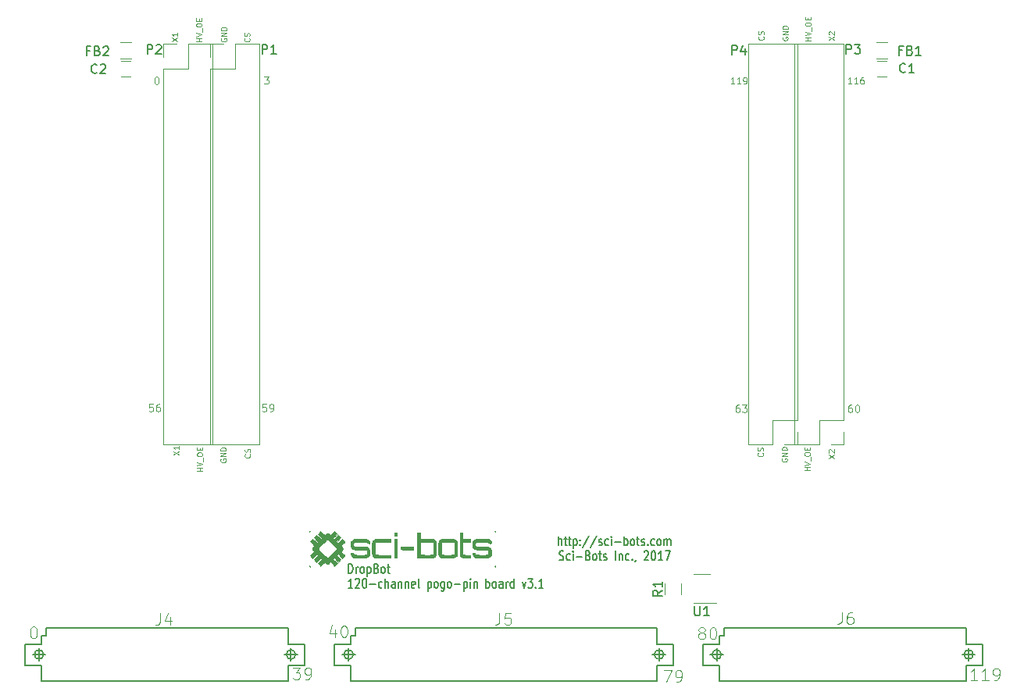
<source format=gto>
G04 #@! TF.FileFunction,Legend,Top*
%FSLAX46Y46*%
G04 Gerber Fmt 4.6, Leading zero omitted, Abs format (unit mm)*
G04 Created by KiCad (PCBNEW 4.0.1-stable) date 2017-03-21 11:32:15 PM*
%MOMM*%
G01*
G04 APERTURE LIST*
%ADD10C,0.150000*%
%ADD11C,0.101600*%
%ADD12C,0.200000*%
%ADD13C,0.127000*%
%ADD14C,0.120000*%
%ADD15C,0.010000*%
G04 APERTURE END LIST*
D10*
D11*
X125501428Y-117417905D02*
X125349047Y-117417905D01*
X125272857Y-117456000D01*
X125234762Y-117494095D01*
X125158571Y-117608381D01*
X125120476Y-117760762D01*
X125120476Y-118065524D01*
X125158571Y-118141714D01*
X125196666Y-118179810D01*
X125272857Y-118217905D01*
X125425238Y-118217905D01*
X125501428Y-118179810D01*
X125539524Y-118141714D01*
X125577619Y-118065524D01*
X125577619Y-117875048D01*
X125539524Y-117798857D01*
X125501428Y-117760762D01*
X125425238Y-117722667D01*
X125272857Y-117722667D01*
X125196666Y-117760762D01*
X125158571Y-117798857D01*
X125120476Y-117875048D01*
X125844286Y-117417905D02*
X126339524Y-117417905D01*
X126072857Y-117722667D01*
X126187143Y-117722667D01*
X126263333Y-117760762D01*
X126301429Y-117798857D01*
X126339524Y-117875048D01*
X126339524Y-118065524D01*
X126301429Y-118141714D01*
X126263333Y-118179810D01*
X126187143Y-118217905D01*
X125958571Y-118217905D01*
X125882381Y-118179810D01*
X125844286Y-118141714D01*
X137693428Y-117417905D02*
X137541047Y-117417905D01*
X137464857Y-117456000D01*
X137426762Y-117494095D01*
X137350571Y-117608381D01*
X137312476Y-117760762D01*
X137312476Y-118065524D01*
X137350571Y-118141714D01*
X137388666Y-118179810D01*
X137464857Y-118217905D01*
X137617238Y-118217905D01*
X137693428Y-118179810D01*
X137731524Y-118141714D01*
X137769619Y-118065524D01*
X137769619Y-117875048D01*
X137731524Y-117798857D01*
X137693428Y-117760762D01*
X137617238Y-117722667D01*
X137464857Y-117722667D01*
X137388666Y-117760762D01*
X137350571Y-117798857D01*
X137312476Y-117875048D01*
X138264857Y-117417905D02*
X138341048Y-117417905D01*
X138417238Y-117456000D01*
X138455333Y-117494095D01*
X138493429Y-117570286D01*
X138531524Y-117722667D01*
X138531524Y-117913143D01*
X138493429Y-118065524D01*
X138455333Y-118141714D01*
X138417238Y-118179810D01*
X138341048Y-118217905D01*
X138264857Y-118217905D01*
X138188667Y-118179810D01*
X138150571Y-118141714D01*
X138112476Y-118065524D01*
X138074381Y-117913143D01*
X138074381Y-117722667D01*
X138112476Y-117570286D01*
X138150571Y-117494095D01*
X138188667Y-117456000D01*
X138264857Y-117417905D01*
X137709333Y-82612667D02*
X137309333Y-82612667D01*
X137509333Y-82612667D02*
X137509333Y-81912667D01*
X137442667Y-82012667D01*
X137376000Y-82079333D01*
X137309333Y-82112667D01*
X138376000Y-82612667D02*
X137976000Y-82612667D01*
X138176000Y-82612667D02*
X138176000Y-81912667D01*
X138109334Y-82012667D01*
X138042667Y-82079333D01*
X137976000Y-82112667D01*
X138976001Y-81912667D02*
X138842667Y-81912667D01*
X138776001Y-81946000D01*
X138742667Y-81979333D01*
X138676001Y-82079333D01*
X138642667Y-82212667D01*
X138642667Y-82479333D01*
X138676001Y-82546000D01*
X138709334Y-82579333D01*
X138776001Y-82612667D01*
X138909334Y-82612667D01*
X138976001Y-82579333D01*
X139009334Y-82546000D01*
X139042667Y-82479333D01*
X139042667Y-82312667D01*
X139009334Y-82246000D01*
X138976001Y-82212667D01*
X138909334Y-82179333D01*
X138776001Y-82179333D01*
X138709334Y-82212667D01*
X138676001Y-82246000D01*
X138642667Y-82312667D01*
X125009333Y-82612667D02*
X124609333Y-82612667D01*
X124809333Y-82612667D02*
X124809333Y-81912667D01*
X124742667Y-82012667D01*
X124676000Y-82079333D01*
X124609333Y-82112667D01*
X125676000Y-82612667D02*
X125276000Y-82612667D01*
X125476000Y-82612667D02*
X125476000Y-81912667D01*
X125409334Y-82012667D01*
X125342667Y-82079333D01*
X125276000Y-82112667D01*
X126009334Y-82612667D02*
X126142667Y-82612667D01*
X126209334Y-82579333D01*
X126242667Y-82546000D01*
X126309334Y-82446000D01*
X126342667Y-82312667D01*
X126342667Y-82046000D01*
X126309334Y-81979333D01*
X126276001Y-81946000D01*
X126209334Y-81912667D01*
X126076001Y-81912667D01*
X126009334Y-81946000D01*
X125976001Y-81979333D01*
X125942667Y-82046000D01*
X125942667Y-82212667D01*
X125976001Y-82279333D01*
X126009334Y-82312667D01*
X126076001Y-82346000D01*
X126209334Y-82346000D01*
X126276001Y-82312667D01*
X126309334Y-82279333D01*
X126342667Y-82212667D01*
X73993334Y-81821905D02*
X74488572Y-81821905D01*
X74221905Y-82126667D01*
X74336191Y-82126667D01*
X74412381Y-82164762D01*
X74450477Y-82202857D01*
X74488572Y-82279048D01*
X74488572Y-82469524D01*
X74450477Y-82545714D01*
X74412381Y-82583810D01*
X74336191Y-82621905D01*
X74107619Y-82621905D01*
X74031429Y-82583810D01*
X73993334Y-82545714D01*
X61969524Y-117331905D02*
X61588571Y-117331905D01*
X61550476Y-117712857D01*
X61588571Y-117674762D01*
X61664762Y-117636667D01*
X61855238Y-117636667D01*
X61931428Y-117674762D01*
X61969524Y-117712857D01*
X62007619Y-117789048D01*
X62007619Y-117979524D01*
X61969524Y-118055714D01*
X61931428Y-118093810D01*
X61855238Y-118131905D01*
X61664762Y-118131905D01*
X61588571Y-118093810D01*
X61550476Y-118055714D01*
X62693333Y-117331905D02*
X62540952Y-117331905D01*
X62464762Y-117370000D01*
X62426667Y-117408095D01*
X62350476Y-117522381D01*
X62312381Y-117674762D01*
X62312381Y-117979524D01*
X62350476Y-118055714D01*
X62388571Y-118093810D01*
X62464762Y-118131905D01*
X62617143Y-118131905D01*
X62693333Y-118093810D01*
X62731429Y-118055714D01*
X62769524Y-117979524D01*
X62769524Y-117789048D01*
X62731429Y-117712857D01*
X62693333Y-117674762D01*
X62617143Y-117636667D01*
X62464762Y-117636667D01*
X62388571Y-117674762D01*
X62350476Y-117712857D01*
X62312381Y-117789048D01*
X74239524Y-117331905D02*
X73858571Y-117331905D01*
X73820476Y-117712857D01*
X73858571Y-117674762D01*
X73934762Y-117636667D01*
X74125238Y-117636667D01*
X74201428Y-117674762D01*
X74239524Y-117712857D01*
X74277619Y-117789048D01*
X74277619Y-117979524D01*
X74239524Y-118055714D01*
X74201428Y-118093810D01*
X74125238Y-118131905D01*
X73934762Y-118131905D01*
X73858571Y-118093810D01*
X73820476Y-118055714D01*
X74658571Y-118131905D02*
X74810952Y-118131905D01*
X74887143Y-118093810D01*
X74925238Y-118055714D01*
X75001429Y-117941429D01*
X75039524Y-117789048D01*
X75039524Y-117484286D01*
X75001429Y-117408095D01*
X74963333Y-117370000D01*
X74887143Y-117331905D01*
X74734762Y-117331905D01*
X74658571Y-117370000D01*
X74620476Y-117408095D01*
X74582381Y-117484286D01*
X74582381Y-117674762D01*
X74620476Y-117750952D01*
X74658571Y-117789048D01*
X74734762Y-117827143D01*
X74887143Y-117827143D01*
X74963333Y-117789048D01*
X75001429Y-117750952D01*
X75039524Y-117674762D01*
X128064286Y-122640000D02*
X128092857Y-122668571D01*
X128121429Y-122754285D01*
X128121429Y-122811428D01*
X128092857Y-122897143D01*
X128035714Y-122954285D01*
X127978571Y-122982857D01*
X127864286Y-123011428D01*
X127778571Y-123011428D01*
X127664286Y-122982857D01*
X127607143Y-122954285D01*
X127550000Y-122897143D01*
X127521429Y-122811428D01*
X127521429Y-122754285D01*
X127550000Y-122668571D01*
X127578571Y-122640000D01*
X128092857Y-122411428D02*
X128121429Y-122325714D01*
X128121429Y-122182857D01*
X128092857Y-122125714D01*
X128064286Y-122097143D01*
X128007143Y-122068571D01*
X127950000Y-122068571D01*
X127892857Y-122097143D01*
X127864286Y-122125714D01*
X127835714Y-122182857D01*
X127807143Y-122297143D01*
X127778571Y-122354285D01*
X127750000Y-122382857D01*
X127692857Y-122411428D01*
X127635714Y-122411428D01*
X127578571Y-122382857D01*
X127550000Y-122354285D01*
X127521429Y-122297143D01*
X127521429Y-122154285D01*
X127550000Y-122068571D01*
X130140000Y-123247142D02*
X130111429Y-123304285D01*
X130111429Y-123389999D01*
X130140000Y-123475714D01*
X130197143Y-123532856D01*
X130254286Y-123561428D01*
X130368571Y-123589999D01*
X130454286Y-123589999D01*
X130568571Y-123561428D01*
X130625714Y-123532856D01*
X130682857Y-123475714D01*
X130711429Y-123389999D01*
X130711429Y-123332856D01*
X130682857Y-123247142D01*
X130654286Y-123218571D01*
X130454286Y-123218571D01*
X130454286Y-123332856D01*
X130711429Y-122961428D02*
X130111429Y-122961428D01*
X130711429Y-122618571D01*
X130111429Y-122618571D01*
X130711429Y-122332857D02*
X130111429Y-122332857D01*
X130111429Y-122190000D01*
X130140000Y-122104285D01*
X130197143Y-122047143D01*
X130254286Y-122018571D01*
X130368571Y-121990000D01*
X130454286Y-121990000D01*
X130568571Y-122018571D01*
X130625714Y-122047143D01*
X130682857Y-122104285D01*
X130711429Y-122190000D01*
X130711429Y-122332857D01*
X133191429Y-124522857D02*
X132591429Y-124522857D01*
X132877143Y-124522857D02*
X132877143Y-124180000D01*
X133191429Y-124180000D02*
X132591429Y-124180000D01*
X132591429Y-123980000D02*
X133191429Y-123780000D01*
X132591429Y-123580000D01*
X133248571Y-123522857D02*
X133248571Y-123065714D01*
X132591429Y-122808571D02*
X132591429Y-122694285D01*
X132620000Y-122637143D01*
X132677143Y-122580000D01*
X132791429Y-122551428D01*
X132991429Y-122551428D01*
X133105714Y-122580000D01*
X133162857Y-122637143D01*
X133191429Y-122694285D01*
X133191429Y-122808571D01*
X133162857Y-122865714D01*
X133105714Y-122922857D01*
X132991429Y-122951428D01*
X132791429Y-122951428D01*
X132677143Y-122922857D01*
X132620000Y-122865714D01*
X132591429Y-122808571D01*
X132877143Y-122294286D02*
X132877143Y-122094286D01*
X133191429Y-122008572D02*
X133191429Y-122294286D01*
X132591429Y-122294286D01*
X132591429Y-122008572D01*
X135201429Y-123195715D02*
X135801429Y-122795715D01*
X135201429Y-122795715D02*
X135801429Y-123195715D01*
X135258571Y-122595714D02*
X135230000Y-122567143D01*
X135201429Y-122510000D01*
X135201429Y-122367143D01*
X135230000Y-122310000D01*
X135258571Y-122281429D01*
X135315714Y-122252857D01*
X135372857Y-122252857D01*
X135458571Y-122281429D01*
X135801429Y-122624286D01*
X135801429Y-122252857D01*
X135211429Y-77885715D02*
X135811429Y-77485715D01*
X135211429Y-77485715D02*
X135811429Y-77885715D01*
X135268571Y-77285714D02*
X135240000Y-77257143D01*
X135211429Y-77200000D01*
X135211429Y-77057143D01*
X135240000Y-77000000D01*
X135268571Y-76971429D01*
X135325714Y-76942857D01*
X135382857Y-76942857D01*
X135468571Y-76971429D01*
X135811429Y-77314286D01*
X135811429Y-76942857D01*
X133261429Y-77912857D02*
X132661429Y-77912857D01*
X132947143Y-77912857D02*
X132947143Y-77570000D01*
X133261429Y-77570000D02*
X132661429Y-77570000D01*
X132661429Y-77370000D02*
X133261429Y-77170000D01*
X132661429Y-76970000D01*
X133318571Y-76912857D02*
X133318571Y-76455714D01*
X132661429Y-76198571D02*
X132661429Y-76084285D01*
X132690000Y-76027143D01*
X132747143Y-75970000D01*
X132861429Y-75941428D01*
X133061429Y-75941428D01*
X133175714Y-75970000D01*
X133232857Y-76027143D01*
X133261429Y-76084285D01*
X133261429Y-76198571D01*
X133232857Y-76255714D01*
X133175714Y-76312857D01*
X133061429Y-76341428D01*
X132861429Y-76341428D01*
X132747143Y-76312857D01*
X132690000Y-76255714D01*
X132661429Y-76198571D01*
X132947143Y-75684286D02*
X132947143Y-75484286D01*
X133261429Y-75398572D02*
X133261429Y-75684286D01*
X132661429Y-75684286D01*
X132661429Y-75398572D01*
X130220000Y-77567142D02*
X130191429Y-77624285D01*
X130191429Y-77709999D01*
X130220000Y-77795714D01*
X130277143Y-77852856D01*
X130334286Y-77881428D01*
X130448571Y-77909999D01*
X130534286Y-77909999D01*
X130648571Y-77881428D01*
X130705714Y-77852856D01*
X130762857Y-77795714D01*
X130791429Y-77709999D01*
X130791429Y-77652856D01*
X130762857Y-77567142D01*
X130734286Y-77538571D01*
X130534286Y-77538571D01*
X130534286Y-77652856D01*
X130791429Y-77281428D02*
X130191429Y-77281428D01*
X130791429Y-76938571D01*
X130191429Y-76938571D01*
X130791429Y-76652857D02*
X130191429Y-76652857D01*
X130191429Y-76510000D01*
X130220000Y-76424285D01*
X130277143Y-76367143D01*
X130334286Y-76338571D01*
X130448571Y-76310000D01*
X130534286Y-76310000D01*
X130648571Y-76338571D01*
X130705714Y-76367143D01*
X130762857Y-76424285D01*
X130791429Y-76510000D01*
X130791429Y-76652857D01*
X128124286Y-77480000D02*
X128152857Y-77508571D01*
X128181429Y-77594285D01*
X128181429Y-77651428D01*
X128152857Y-77737143D01*
X128095714Y-77794285D01*
X128038571Y-77822857D01*
X127924286Y-77851428D01*
X127838571Y-77851428D01*
X127724286Y-77822857D01*
X127667143Y-77794285D01*
X127610000Y-77737143D01*
X127581429Y-77651428D01*
X127581429Y-77594285D01*
X127610000Y-77508571D01*
X127638571Y-77480000D01*
X128152857Y-77251428D02*
X128181429Y-77165714D01*
X128181429Y-77022857D01*
X128152857Y-76965714D01*
X128124286Y-76937143D01*
X128067143Y-76908571D01*
X128010000Y-76908571D01*
X127952857Y-76937143D01*
X127924286Y-76965714D01*
X127895714Y-77022857D01*
X127867143Y-77137143D01*
X127838571Y-77194285D01*
X127810000Y-77222857D01*
X127752857Y-77251428D01*
X127695714Y-77251428D01*
X127638571Y-77222857D01*
X127610000Y-77194285D01*
X127581429Y-77137143D01*
X127581429Y-76994285D01*
X127610000Y-76908571D01*
X72464286Y-122760000D02*
X72492857Y-122788571D01*
X72521429Y-122874285D01*
X72521429Y-122931428D01*
X72492857Y-123017143D01*
X72435714Y-123074285D01*
X72378571Y-123102857D01*
X72264286Y-123131428D01*
X72178571Y-123131428D01*
X72064286Y-123102857D01*
X72007143Y-123074285D01*
X71950000Y-123017143D01*
X71921429Y-122931428D01*
X71921429Y-122874285D01*
X71950000Y-122788571D01*
X71978571Y-122760000D01*
X72492857Y-122531428D02*
X72521429Y-122445714D01*
X72521429Y-122302857D01*
X72492857Y-122245714D01*
X72464286Y-122217143D01*
X72407143Y-122188571D01*
X72350000Y-122188571D01*
X72292857Y-122217143D01*
X72264286Y-122245714D01*
X72235714Y-122302857D01*
X72207143Y-122417143D01*
X72178571Y-122474285D01*
X72150000Y-122502857D01*
X72092857Y-122531428D01*
X72035714Y-122531428D01*
X71978571Y-122502857D01*
X71950000Y-122474285D01*
X71921429Y-122417143D01*
X71921429Y-122274285D01*
X71950000Y-122188571D01*
X64181429Y-122835715D02*
X64781429Y-122435715D01*
X64181429Y-122435715D02*
X64781429Y-122835715D01*
X64781429Y-121892857D02*
X64781429Y-122235714D01*
X64781429Y-122064286D02*
X64181429Y-122064286D01*
X64267143Y-122121429D01*
X64324286Y-122178571D01*
X64352857Y-122235714D01*
X67351429Y-124562857D02*
X66751429Y-124562857D01*
X67037143Y-124562857D02*
X67037143Y-124220000D01*
X67351429Y-124220000D02*
X66751429Y-124220000D01*
X66751429Y-124020000D02*
X67351429Y-123820000D01*
X66751429Y-123620000D01*
X67408571Y-123562857D02*
X67408571Y-123105714D01*
X66751429Y-122848571D02*
X66751429Y-122734285D01*
X66780000Y-122677143D01*
X66837143Y-122620000D01*
X66951429Y-122591428D01*
X67151429Y-122591428D01*
X67265714Y-122620000D01*
X67322857Y-122677143D01*
X67351429Y-122734285D01*
X67351429Y-122848571D01*
X67322857Y-122905714D01*
X67265714Y-122962857D01*
X67151429Y-122991428D01*
X66951429Y-122991428D01*
X66837143Y-122962857D01*
X66780000Y-122905714D01*
X66751429Y-122848571D01*
X67037143Y-122334286D02*
X67037143Y-122134286D01*
X67351429Y-122048572D02*
X67351429Y-122334286D01*
X66751429Y-122334286D01*
X66751429Y-122048572D01*
X69320000Y-123297142D02*
X69291429Y-123354285D01*
X69291429Y-123439999D01*
X69320000Y-123525714D01*
X69377143Y-123582856D01*
X69434286Y-123611428D01*
X69548571Y-123639999D01*
X69634286Y-123639999D01*
X69748571Y-123611428D01*
X69805714Y-123582856D01*
X69862857Y-123525714D01*
X69891429Y-123439999D01*
X69891429Y-123382856D01*
X69862857Y-123297142D01*
X69834286Y-123268571D01*
X69634286Y-123268571D01*
X69634286Y-123382856D01*
X69891429Y-123011428D02*
X69291429Y-123011428D01*
X69891429Y-122668571D01*
X69291429Y-122668571D01*
X69891429Y-122382857D02*
X69291429Y-122382857D01*
X69291429Y-122240000D01*
X69320000Y-122154285D01*
X69377143Y-122097143D01*
X69434286Y-122068571D01*
X69548571Y-122040000D01*
X69634286Y-122040000D01*
X69748571Y-122068571D01*
X69805714Y-122097143D01*
X69862857Y-122154285D01*
X69891429Y-122240000D01*
X69891429Y-122382857D01*
X72394286Y-77670000D02*
X72422857Y-77698571D01*
X72451429Y-77784285D01*
X72451429Y-77841428D01*
X72422857Y-77927143D01*
X72365714Y-77984285D01*
X72308571Y-78012857D01*
X72194286Y-78041428D01*
X72108571Y-78041428D01*
X71994286Y-78012857D01*
X71937143Y-77984285D01*
X71880000Y-77927143D01*
X71851429Y-77841428D01*
X71851429Y-77784285D01*
X71880000Y-77698571D01*
X71908571Y-77670000D01*
X72422857Y-77441428D02*
X72451429Y-77355714D01*
X72451429Y-77212857D01*
X72422857Y-77155714D01*
X72394286Y-77127143D01*
X72337143Y-77098571D01*
X72280000Y-77098571D01*
X72222857Y-77127143D01*
X72194286Y-77155714D01*
X72165714Y-77212857D01*
X72137143Y-77327143D01*
X72108571Y-77384285D01*
X72080000Y-77412857D01*
X72022857Y-77441428D01*
X71965714Y-77441428D01*
X71908571Y-77412857D01*
X71880000Y-77384285D01*
X71851429Y-77327143D01*
X71851429Y-77184285D01*
X71880000Y-77098571D01*
X69380000Y-77707142D02*
X69351429Y-77764285D01*
X69351429Y-77849999D01*
X69380000Y-77935714D01*
X69437143Y-77992856D01*
X69494286Y-78021428D01*
X69608571Y-78049999D01*
X69694286Y-78049999D01*
X69808571Y-78021428D01*
X69865714Y-77992856D01*
X69922857Y-77935714D01*
X69951429Y-77849999D01*
X69951429Y-77792856D01*
X69922857Y-77707142D01*
X69894286Y-77678571D01*
X69694286Y-77678571D01*
X69694286Y-77792856D01*
X69951429Y-77421428D02*
X69351429Y-77421428D01*
X69951429Y-77078571D01*
X69351429Y-77078571D01*
X69951429Y-76792857D02*
X69351429Y-76792857D01*
X69351429Y-76650000D01*
X69380000Y-76564285D01*
X69437143Y-76507143D01*
X69494286Y-76478571D01*
X69608571Y-76450000D01*
X69694286Y-76450000D01*
X69808571Y-76478571D01*
X69865714Y-76507143D01*
X69922857Y-76564285D01*
X69951429Y-76650000D01*
X69951429Y-76792857D01*
X67271429Y-78017857D02*
X66671429Y-78017857D01*
X66957143Y-78017857D02*
X66957143Y-77675000D01*
X67271429Y-77675000D02*
X66671429Y-77675000D01*
X66671429Y-77475000D02*
X67271429Y-77275000D01*
X66671429Y-77075000D01*
X67328571Y-77017857D02*
X67328571Y-76560714D01*
X66671429Y-76303571D02*
X66671429Y-76189285D01*
X66700000Y-76132143D01*
X66757143Y-76075000D01*
X66871429Y-76046428D01*
X67071429Y-76046428D01*
X67185714Y-76075000D01*
X67242857Y-76132143D01*
X67271429Y-76189285D01*
X67271429Y-76303571D01*
X67242857Y-76360714D01*
X67185714Y-76417857D01*
X67071429Y-76446428D01*
X66871429Y-76446428D01*
X66757143Y-76417857D01*
X66700000Y-76360714D01*
X66671429Y-76303571D01*
X66957143Y-75789286D02*
X66957143Y-75589286D01*
X67271429Y-75503572D02*
X67271429Y-75789286D01*
X66671429Y-75789286D01*
X66671429Y-75503572D01*
X64041429Y-78015715D02*
X64641429Y-77615715D01*
X64041429Y-77615715D02*
X64641429Y-78015715D01*
X64641429Y-77072857D02*
X64641429Y-77415714D01*
X64641429Y-77244286D02*
X64041429Y-77244286D01*
X64127143Y-77301429D01*
X64184286Y-77358571D01*
X64212857Y-77415714D01*
X62336905Y-81836905D02*
X62413096Y-81836905D01*
X62489286Y-81875000D01*
X62527381Y-81913095D01*
X62565477Y-81989286D01*
X62603572Y-82141667D01*
X62603572Y-82332143D01*
X62565477Y-82484524D01*
X62527381Y-82560714D01*
X62489286Y-82598810D01*
X62413096Y-82636905D01*
X62336905Y-82636905D01*
X62260715Y-82598810D01*
X62222619Y-82560714D01*
X62184524Y-82484524D01*
X62146429Y-82332143D01*
X62146429Y-82141667D01*
X62184524Y-81989286D01*
X62222619Y-81913095D01*
X62260715Y-81875000D01*
X62336905Y-81836905D01*
D12*
X105923809Y-132652381D02*
X105923809Y-131652381D01*
X106266666Y-132652381D02*
X106266666Y-132128571D01*
X106228571Y-132033333D01*
X106152381Y-131985714D01*
X106038095Y-131985714D01*
X105961904Y-132033333D01*
X105923809Y-132080952D01*
X106533333Y-131985714D02*
X106838095Y-131985714D01*
X106647619Y-131652381D02*
X106647619Y-132509524D01*
X106685714Y-132604762D01*
X106761905Y-132652381D01*
X106838095Y-132652381D01*
X106990476Y-131985714D02*
X107295238Y-131985714D01*
X107104762Y-131652381D02*
X107104762Y-132509524D01*
X107142857Y-132604762D01*
X107219048Y-132652381D01*
X107295238Y-132652381D01*
X107561905Y-131985714D02*
X107561905Y-132985714D01*
X107561905Y-132033333D02*
X107638096Y-131985714D01*
X107790477Y-131985714D01*
X107866667Y-132033333D01*
X107904762Y-132080952D01*
X107942858Y-132176190D01*
X107942858Y-132461905D01*
X107904762Y-132557143D01*
X107866667Y-132604762D01*
X107790477Y-132652381D01*
X107638096Y-132652381D01*
X107561905Y-132604762D01*
X108285715Y-132557143D02*
X108323810Y-132604762D01*
X108285715Y-132652381D01*
X108247620Y-132604762D01*
X108285715Y-132557143D01*
X108285715Y-132652381D01*
X108285715Y-132033333D02*
X108323810Y-132080952D01*
X108285715Y-132128571D01*
X108247620Y-132080952D01*
X108285715Y-132033333D01*
X108285715Y-132128571D01*
X109238096Y-131604762D02*
X108552381Y-132890476D01*
X110076191Y-131604762D02*
X109390476Y-132890476D01*
X110304762Y-132604762D02*
X110380952Y-132652381D01*
X110533333Y-132652381D01*
X110609524Y-132604762D01*
X110647619Y-132509524D01*
X110647619Y-132461905D01*
X110609524Y-132366667D01*
X110533333Y-132319048D01*
X110419048Y-132319048D01*
X110342857Y-132271429D01*
X110304762Y-132176190D01*
X110304762Y-132128571D01*
X110342857Y-132033333D01*
X110419048Y-131985714D01*
X110533333Y-131985714D01*
X110609524Y-132033333D01*
X111333333Y-132604762D02*
X111257143Y-132652381D01*
X111104762Y-132652381D01*
X111028571Y-132604762D01*
X110990476Y-132557143D01*
X110952381Y-132461905D01*
X110952381Y-132176190D01*
X110990476Y-132080952D01*
X111028571Y-132033333D01*
X111104762Y-131985714D01*
X111257143Y-131985714D01*
X111333333Y-132033333D01*
X111676190Y-132652381D02*
X111676190Y-131985714D01*
X111676190Y-131652381D02*
X111638095Y-131700000D01*
X111676190Y-131747619D01*
X111714285Y-131700000D01*
X111676190Y-131652381D01*
X111676190Y-131747619D01*
X112057142Y-132271429D02*
X112666666Y-132271429D01*
X113047618Y-132652381D02*
X113047618Y-131652381D01*
X113047618Y-132033333D02*
X113123809Y-131985714D01*
X113276190Y-131985714D01*
X113352380Y-132033333D01*
X113390475Y-132080952D01*
X113428571Y-132176190D01*
X113428571Y-132461905D01*
X113390475Y-132557143D01*
X113352380Y-132604762D01*
X113276190Y-132652381D01*
X113123809Y-132652381D01*
X113047618Y-132604762D01*
X113885714Y-132652381D02*
X113809523Y-132604762D01*
X113771428Y-132557143D01*
X113733333Y-132461905D01*
X113733333Y-132176190D01*
X113771428Y-132080952D01*
X113809523Y-132033333D01*
X113885714Y-131985714D01*
X114000000Y-131985714D01*
X114076190Y-132033333D01*
X114114285Y-132080952D01*
X114152381Y-132176190D01*
X114152381Y-132461905D01*
X114114285Y-132557143D01*
X114076190Y-132604762D01*
X114000000Y-132652381D01*
X113885714Y-132652381D01*
X114380952Y-131985714D02*
X114685714Y-131985714D01*
X114495238Y-131652381D02*
X114495238Y-132509524D01*
X114533333Y-132604762D01*
X114609524Y-132652381D01*
X114685714Y-132652381D01*
X114914286Y-132604762D02*
X114990476Y-132652381D01*
X115142857Y-132652381D01*
X115219048Y-132604762D01*
X115257143Y-132509524D01*
X115257143Y-132461905D01*
X115219048Y-132366667D01*
X115142857Y-132319048D01*
X115028572Y-132319048D01*
X114952381Y-132271429D01*
X114914286Y-132176190D01*
X114914286Y-132128571D01*
X114952381Y-132033333D01*
X115028572Y-131985714D01*
X115142857Y-131985714D01*
X115219048Y-132033333D01*
X115600000Y-132557143D02*
X115638095Y-132604762D01*
X115600000Y-132652381D01*
X115561905Y-132604762D01*
X115600000Y-132557143D01*
X115600000Y-132652381D01*
X116323809Y-132604762D02*
X116247619Y-132652381D01*
X116095238Y-132652381D01*
X116019047Y-132604762D01*
X115980952Y-132557143D01*
X115942857Y-132461905D01*
X115942857Y-132176190D01*
X115980952Y-132080952D01*
X116019047Y-132033333D01*
X116095238Y-131985714D01*
X116247619Y-131985714D01*
X116323809Y-132033333D01*
X116780952Y-132652381D02*
X116704761Y-132604762D01*
X116666666Y-132557143D01*
X116628571Y-132461905D01*
X116628571Y-132176190D01*
X116666666Y-132080952D01*
X116704761Y-132033333D01*
X116780952Y-131985714D01*
X116895238Y-131985714D01*
X116971428Y-132033333D01*
X117009523Y-132080952D01*
X117047619Y-132176190D01*
X117047619Y-132461905D01*
X117009523Y-132557143D01*
X116971428Y-132604762D01*
X116895238Y-132652381D01*
X116780952Y-132652381D01*
X117390476Y-132652381D02*
X117390476Y-131985714D01*
X117390476Y-132080952D02*
X117428571Y-132033333D01*
X117504762Y-131985714D01*
X117619048Y-131985714D01*
X117695238Y-132033333D01*
X117733333Y-132128571D01*
X117733333Y-132652381D01*
X117733333Y-132128571D02*
X117771429Y-132033333D01*
X117847619Y-131985714D01*
X117961905Y-131985714D01*
X118038095Y-132033333D01*
X118076190Y-132128571D01*
X118076190Y-132652381D01*
X106019048Y-134204762D02*
X106133334Y-134252381D01*
X106323810Y-134252381D01*
X106400000Y-134204762D01*
X106438096Y-134157143D01*
X106476191Y-134061905D01*
X106476191Y-133966667D01*
X106438096Y-133871429D01*
X106400000Y-133823810D01*
X106323810Y-133776190D01*
X106171429Y-133728571D01*
X106095238Y-133680952D01*
X106057143Y-133633333D01*
X106019048Y-133538095D01*
X106019048Y-133442857D01*
X106057143Y-133347619D01*
X106095238Y-133300000D01*
X106171429Y-133252381D01*
X106361905Y-133252381D01*
X106476191Y-133300000D01*
X107161905Y-134204762D02*
X107085715Y-134252381D01*
X106933334Y-134252381D01*
X106857143Y-134204762D01*
X106819048Y-134157143D01*
X106780953Y-134061905D01*
X106780953Y-133776190D01*
X106819048Y-133680952D01*
X106857143Y-133633333D01*
X106933334Y-133585714D01*
X107085715Y-133585714D01*
X107161905Y-133633333D01*
X107504762Y-134252381D02*
X107504762Y-133585714D01*
X107504762Y-133252381D02*
X107466667Y-133300000D01*
X107504762Y-133347619D01*
X107542857Y-133300000D01*
X107504762Y-133252381D01*
X107504762Y-133347619D01*
X107885714Y-133871429D02*
X108495238Y-133871429D01*
X109142857Y-133728571D02*
X109257143Y-133776190D01*
X109295238Y-133823810D01*
X109333333Y-133919048D01*
X109333333Y-134061905D01*
X109295238Y-134157143D01*
X109257143Y-134204762D01*
X109180952Y-134252381D01*
X108876190Y-134252381D01*
X108876190Y-133252381D01*
X109142857Y-133252381D01*
X109219047Y-133300000D01*
X109257143Y-133347619D01*
X109295238Y-133442857D01*
X109295238Y-133538095D01*
X109257143Y-133633333D01*
X109219047Y-133680952D01*
X109142857Y-133728571D01*
X108876190Y-133728571D01*
X109790476Y-134252381D02*
X109714285Y-134204762D01*
X109676190Y-134157143D01*
X109638095Y-134061905D01*
X109638095Y-133776190D01*
X109676190Y-133680952D01*
X109714285Y-133633333D01*
X109790476Y-133585714D01*
X109904762Y-133585714D01*
X109980952Y-133633333D01*
X110019047Y-133680952D01*
X110057143Y-133776190D01*
X110057143Y-134061905D01*
X110019047Y-134157143D01*
X109980952Y-134204762D01*
X109904762Y-134252381D01*
X109790476Y-134252381D01*
X110285714Y-133585714D02*
X110590476Y-133585714D01*
X110400000Y-133252381D02*
X110400000Y-134109524D01*
X110438095Y-134204762D01*
X110514286Y-134252381D01*
X110590476Y-134252381D01*
X110819048Y-134204762D02*
X110895238Y-134252381D01*
X111047619Y-134252381D01*
X111123810Y-134204762D01*
X111161905Y-134109524D01*
X111161905Y-134061905D01*
X111123810Y-133966667D01*
X111047619Y-133919048D01*
X110933334Y-133919048D01*
X110857143Y-133871429D01*
X110819048Y-133776190D01*
X110819048Y-133728571D01*
X110857143Y-133633333D01*
X110933334Y-133585714D01*
X111047619Y-133585714D01*
X111123810Y-133633333D01*
X112114286Y-134252381D02*
X112114286Y-133252381D01*
X112495238Y-133585714D02*
X112495238Y-134252381D01*
X112495238Y-133680952D02*
X112533333Y-133633333D01*
X112609524Y-133585714D01*
X112723810Y-133585714D01*
X112800000Y-133633333D01*
X112838095Y-133728571D01*
X112838095Y-134252381D01*
X113561905Y-134204762D02*
X113485715Y-134252381D01*
X113333334Y-134252381D01*
X113257143Y-134204762D01*
X113219048Y-134157143D01*
X113180953Y-134061905D01*
X113180953Y-133776190D01*
X113219048Y-133680952D01*
X113257143Y-133633333D01*
X113333334Y-133585714D01*
X113485715Y-133585714D01*
X113561905Y-133633333D01*
X113904762Y-134157143D02*
X113942857Y-134204762D01*
X113904762Y-134252381D01*
X113866667Y-134204762D01*
X113904762Y-134157143D01*
X113904762Y-134252381D01*
X114323809Y-134204762D02*
X114323809Y-134252381D01*
X114285714Y-134347619D01*
X114247619Y-134395238D01*
X115238095Y-133347619D02*
X115276190Y-133300000D01*
X115352381Y-133252381D01*
X115542857Y-133252381D01*
X115619047Y-133300000D01*
X115657143Y-133347619D01*
X115695238Y-133442857D01*
X115695238Y-133538095D01*
X115657143Y-133680952D01*
X115200000Y-134252381D01*
X115695238Y-134252381D01*
X116190476Y-133252381D02*
X116266667Y-133252381D01*
X116342857Y-133300000D01*
X116380952Y-133347619D01*
X116419048Y-133442857D01*
X116457143Y-133633333D01*
X116457143Y-133871429D01*
X116419048Y-134061905D01*
X116380952Y-134157143D01*
X116342857Y-134204762D01*
X116266667Y-134252381D01*
X116190476Y-134252381D01*
X116114286Y-134204762D01*
X116076190Y-134157143D01*
X116038095Y-134061905D01*
X116000000Y-133871429D01*
X116000000Y-133633333D01*
X116038095Y-133442857D01*
X116076190Y-133347619D01*
X116114286Y-133300000D01*
X116190476Y-133252381D01*
X117219048Y-134252381D02*
X116761905Y-134252381D01*
X116990476Y-134252381D02*
X116990476Y-133252381D01*
X116914286Y-133395238D01*
X116838095Y-133490476D01*
X116761905Y-133538095D01*
X117485715Y-133252381D02*
X118019048Y-133252381D01*
X117676191Y-134252381D01*
X83190476Y-135652381D02*
X83190476Y-134652381D01*
X83380952Y-134652381D01*
X83495238Y-134700000D01*
X83571429Y-134795238D01*
X83609524Y-134890476D01*
X83647619Y-135080952D01*
X83647619Y-135223810D01*
X83609524Y-135414286D01*
X83571429Y-135509524D01*
X83495238Y-135604762D01*
X83380952Y-135652381D01*
X83190476Y-135652381D01*
X83990476Y-135652381D02*
X83990476Y-134985714D01*
X83990476Y-135176190D02*
X84028571Y-135080952D01*
X84066667Y-135033333D01*
X84142857Y-134985714D01*
X84219048Y-134985714D01*
X84600000Y-135652381D02*
X84523809Y-135604762D01*
X84485714Y-135557143D01*
X84447619Y-135461905D01*
X84447619Y-135176190D01*
X84485714Y-135080952D01*
X84523809Y-135033333D01*
X84600000Y-134985714D01*
X84714286Y-134985714D01*
X84790476Y-135033333D01*
X84828571Y-135080952D01*
X84866667Y-135176190D01*
X84866667Y-135461905D01*
X84828571Y-135557143D01*
X84790476Y-135604762D01*
X84714286Y-135652381D01*
X84600000Y-135652381D01*
X85209524Y-134985714D02*
X85209524Y-135985714D01*
X85209524Y-135033333D02*
X85285715Y-134985714D01*
X85438096Y-134985714D01*
X85514286Y-135033333D01*
X85552381Y-135080952D01*
X85590477Y-135176190D01*
X85590477Y-135461905D01*
X85552381Y-135557143D01*
X85514286Y-135604762D01*
X85438096Y-135652381D01*
X85285715Y-135652381D01*
X85209524Y-135604762D01*
X86200001Y-135128571D02*
X86314287Y-135176190D01*
X86352382Y-135223810D01*
X86390477Y-135319048D01*
X86390477Y-135461905D01*
X86352382Y-135557143D01*
X86314287Y-135604762D01*
X86238096Y-135652381D01*
X85933334Y-135652381D01*
X85933334Y-134652381D01*
X86200001Y-134652381D01*
X86276191Y-134700000D01*
X86314287Y-134747619D01*
X86352382Y-134842857D01*
X86352382Y-134938095D01*
X86314287Y-135033333D01*
X86276191Y-135080952D01*
X86200001Y-135128571D01*
X85933334Y-135128571D01*
X86847620Y-135652381D02*
X86771429Y-135604762D01*
X86733334Y-135557143D01*
X86695239Y-135461905D01*
X86695239Y-135176190D01*
X86733334Y-135080952D01*
X86771429Y-135033333D01*
X86847620Y-134985714D01*
X86961906Y-134985714D01*
X87038096Y-135033333D01*
X87076191Y-135080952D01*
X87114287Y-135176190D01*
X87114287Y-135461905D01*
X87076191Y-135557143D01*
X87038096Y-135604762D01*
X86961906Y-135652381D01*
X86847620Y-135652381D01*
X87342858Y-134985714D02*
X87647620Y-134985714D01*
X87457144Y-134652381D02*
X87457144Y-135509524D01*
X87495239Y-135604762D01*
X87571430Y-135652381D01*
X87647620Y-135652381D01*
X83609524Y-137252381D02*
X83152381Y-137252381D01*
X83380952Y-137252381D02*
X83380952Y-136252381D01*
X83304762Y-136395238D01*
X83228571Y-136490476D01*
X83152381Y-136538095D01*
X83914286Y-136347619D02*
X83952381Y-136300000D01*
X84028572Y-136252381D01*
X84219048Y-136252381D01*
X84295238Y-136300000D01*
X84333334Y-136347619D01*
X84371429Y-136442857D01*
X84371429Y-136538095D01*
X84333334Y-136680952D01*
X83876191Y-137252381D01*
X84371429Y-137252381D01*
X84866667Y-136252381D02*
X84942858Y-136252381D01*
X85019048Y-136300000D01*
X85057143Y-136347619D01*
X85095239Y-136442857D01*
X85133334Y-136633333D01*
X85133334Y-136871429D01*
X85095239Y-137061905D01*
X85057143Y-137157143D01*
X85019048Y-137204762D01*
X84942858Y-137252381D01*
X84866667Y-137252381D01*
X84790477Y-137204762D01*
X84752381Y-137157143D01*
X84714286Y-137061905D01*
X84676191Y-136871429D01*
X84676191Y-136633333D01*
X84714286Y-136442857D01*
X84752381Y-136347619D01*
X84790477Y-136300000D01*
X84866667Y-136252381D01*
X85476191Y-136871429D02*
X86085715Y-136871429D01*
X86809524Y-137204762D02*
X86733334Y-137252381D01*
X86580953Y-137252381D01*
X86504762Y-137204762D01*
X86466667Y-137157143D01*
X86428572Y-137061905D01*
X86428572Y-136776190D01*
X86466667Y-136680952D01*
X86504762Y-136633333D01*
X86580953Y-136585714D01*
X86733334Y-136585714D01*
X86809524Y-136633333D01*
X87152381Y-137252381D02*
X87152381Y-136252381D01*
X87495238Y-137252381D02*
X87495238Y-136728571D01*
X87457143Y-136633333D01*
X87380953Y-136585714D01*
X87266667Y-136585714D01*
X87190476Y-136633333D01*
X87152381Y-136680952D01*
X88219048Y-137252381D02*
X88219048Y-136728571D01*
X88180953Y-136633333D01*
X88104763Y-136585714D01*
X87952382Y-136585714D01*
X87876191Y-136633333D01*
X88219048Y-137204762D02*
X88142858Y-137252381D01*
X87952382Y-137252381D01*
X87876191Y-137204762D01*
X87838096Y-137109524D01*
X87838096Y-137014286D01*
X87876191Y-136919048D01*
X87952382Y-136871429D01*
X88142858Y-136871429D01*
X88219048Y-136823810D01*
X88600001Y-136585714D02*
X88600001Y-137252381D01*
X88600001Y-136680952D02*
X88638096Y-136633333D01*
X88714287Y-136585714D01*
X88828573Y-136585714D01*
X88904763Y-136633333D01*
X88942858Y-136728571D01*
X88942858Y-137252381D01*
X89323811Y-136585714D02*
X89323811Y-137252381D01*
X89323811Y-136680952D02*
X89361906Y-136633333D01*
X89438097Y-136585714D01*
X89552383Y-136585714D01*
X89628573Y-136633333D01*
X89666668Y-136728571D01*
X89666668Y-137252381D01*
X90352383Y-137204762D02*
X90276193Y-137252381D01*
X90123812Y-137252381D01*
X90047621Y-137204762D01*
X90009526Y-137109524D01*
X90009526Y-136728571D01*
X90047621Y-136633333D01*
X90123812Y-136585714D01*
X90276193Y-136585714D01*
X90352383Y-136633333D01*
X90390478Y-136728571D01*
X90390478Y-136823810D01*
X90009526Y-136919048D01*
X90847621Y-137252381D02*
X90771430Y-137204762D01*
X90733335Y-137109524D01*
X90733335Y-136252381D01*
X91761907Y-136585714D02*
X91761907Y-137585714D01*
X91761907Y-136633333D02*
X91838098Y-136585714D01*
X91990479Y-136585714D01*
X92066669Y-136633333D01*
X92104764Y-136680952D01*
X92142860Y-136776190D01*
X92142860Y-137061905D01*
X92104764Y-137157143D01*
X92066669Y-137204762D01*
X91990479Y-137252381D01*
X91838098Y-137252381D01*
X91761907Y-137204762D01*
X92600003Y-137252381D02*
X92523812Y-137204762D01*
X92485717Y-137157143D01*
X92447622Y-137061905D01*
X92447622Y-136776190D01*
X92485717Y-136680952D01*
X92523812Y-136633333D01*
X92600003Y-136585714D01*
X92714289Y-136585714D01*
X92790479Y-136633333D01*
X92828574Y-136680952D01*
X92866670Y-136776190D01*
X92866670Y-137061905D01*
X92828574Y-137157143D01*
X92790479Y-137204762D01*
X92714289Y-137252381D01*
X92600003Y-137252381D01*
X93552384Y-136585714D02*
X93552384Y-137395238D01*
X93514289Y-137490476D01*
X93476194Y-137538095D01*
X93400003Y-137585714D01*
X93285718Y-137585714D01*
X93209527Y-137538095D01*
X93552384Y-137204762D02*
X93476194Y-137252381D01*
X93323813Y-137252381D01*
X93247622Y-137204762D01*
X93209527Y-137157143D01*
X93171432Y-137061905D01*
X93171432Y-136776190D01*
X93209527Y-136680952D01*
X93247622Y-136633333D01*
X93323813Y-136585714D01*
X93476194Y-136585714D01*
X93552384Y-136633333D01*
X94047623Y-137252381D02*
X93971432Y-137204762D01*
X93933337Y-137157143D01*
X93895242Y-137061905D01*
X93895242Y-136776190D01*
X93933337Y-136680952D01*
X93971432Y-136633333D01*
X94047623Y-136585714D01*
X94161909Y-136585714D01*
X94238099Y-136633333D01*
X94276194Y-136680952D01*
X94314290Y-136776190D01*
X94314290Y-137061905D01*
X94276194Y-137157143D01*
X94238099Y-137204762D01*
X94161909Y-137252381D01*
X94047623Y-137252381D01*
X94657147Y-136871429D02*
X95266671Y-136871429D01*
X95647623Y-136585714D02*
X95647623Y-137585714D01*
X95647623Y-136633333D02*
X95723814Y-136585714D01*
X95876195Y-136585714D01*
X95952385Y-136633333D01*
X95990480Y-136680952D01*
X96028576Y-136776190D01*
X96028576Y-137061905D01*
X95990480Y-137157143D01*
X95952385Y-137204762D01*
X95876195Y-137252381D01*
X95723814Y-137252381D01*
X95647623Y-137204762D01*
X96371433Y-137252381D02*
X96371433Y-136585714D01*
X96371433Y-136252381D02*
X96333338Y-136300000D01*
X96371433Y-136347619D01*
X96409528Y-136300000D01*
X96371433Y-136252381D01*
X96371433Y-136347619D01*
X96752385Y-136585714D02*
X96752385Y-137252381D01*
X96752385Y-136680952D02*
X96790480Y-136633333D01*
X96866671Y-136585714D01*
X96980957Y-136585714D01*
X97057147Y-136633333D01*
X97095242Y-136728571D01*
X97095242Y-137252381D01*
X98085719Y-137252381D02*
X98085719Y-136252381D01*
X98085719Y-136633333D02*
X98161910Y-136585714D01*
X98314291Y-136585714D01*
X98390481Y-136633333D01*
X98428576Y-136680952D01*
X98466672Y-136776190D01*
X98466672Y-137061905D01*
X98428576Y-137157143D01*
X98390481Y-137204762D01*
X98314291Y-137252381D01*
X98161910Y-137252381D01*
X98085719Y-137204762D01*
X98923815Y-137252381D02*
X98847624Y-137204762D01*
X98809529Y-137157143D01*
X98771434Y-137061905D01*
X98771434Y-136776190D01*
X98809529Y-136680952D01*
X98847624Y-136633333D01*
X98923815Y-136585714D01*
X99038101Y-136585714D01*
X99114291Y-136633333D01*
X99152386Y-136680952D01*
X99190482Y-136776190D01*
X99190482Y-137061905D01*
X99152386Y-137157143D01*
X99114291Y-137204762D01*
X99038101Y-137252381D01*
X98923815Y-137252381D01*
X99876196Y-137252381D02*
X99876196Y-136728571D01*
X99838101Y-136633333D01*
X99761911Y-136585714D01*
X99609530Y-136585714D01*
X99533339Y-136633333D01*
X99876196Y-137204762D02*
X99800006Y-137252381D01*
X99609530Y-137252381D01*
X99533339Y-137204762D01*
X99495244Y-137109524D01*
X99495244Y-137014286D01*
X99533339Y-136919048D01*
X99609530Y-136871429D01*
X99800006Y-136871429D01*
X99876196Y-136823810D01*
X100257149Y-137252381D02*
X100257149Y-136585714D01*
X100257149Y-136776190D02*
X100295244Y-136680952D01*
X100333340Y-136633333D01*
X100409530Y-136585714D01*
X100485721Y-136585714D01*
X101095244Y-137252381D02*
X101095244Y-136252381D01*
X101095244Y-137204762D02*
X101019054Y-137252381D01*
X100866673Y-137252381D01*
X100790482Y-137204762D01*
X100752387Y-137157143D01*
X100714292Y-137061905D01*
X100714292Y-136776190D01*
X100752387Y-136680952D01*
X100790482Y-136633333D01*
X100866673Y-136585714D01*
X101019054Y-136585714D01*
X101095244Y-136633333D01*
X102009531Y-136585714D02*
X102200007Y-137252381D01*
X102390483Y-136585714D01*
X102619055Y-136252381D02*
X103114293Y-136252381D01*
X102847626Y-136633333D01*
X102961912Y-136633333D01*
X103038102Y-136680952D01*
X103076198Y-136728571D01*
X103114293Y-136823810D01*
X103114293Y-137061905D01*
X103076198Y-137157143D01*
X103038102Y-137204762D01*
X102961912Y-137252381D01*
X102733340Y-137252381D01*
X102657150Y-137204762D01*
X102619055Y-137157143D01*
X103457150Y-137157143D02*
X103495245Y-137204762D01*
X103457150Y-137252381D01*
X103419055Y-137204762D01*
X103457150Y-137157143D01*
X103457150Y-137252381D01*
X104257150Y-137252381D02*
X103800007Y-137252381D01*
X104028578Y-137252381D02*
X104028578Y-136252381D01*
X103952388Y-136395238D01*
X103876197Y-136490476D01*
X103800007Y-136538095D01*
D13*
X49619100Y-145191200D02*
X49619100Y-143768800D01*
X48907900Y-144480000D02*
X50330300Y-144480000D01*
X50121994Y-144480000D02*
G75*
G03X50121994Y-144480000I-502894J0D01*
G01*
X48097640Y-145623000D02*
X48097640Y-143337000D01*
X49873100Y-145623000D02*
X48097640Y-145623000D01*
X49873100Y-147337500D02*
X49873100Y-145623000D01*
X50381100Y-142448000D02*
X50381100Y-141622500D01*
X49873100Y-142448000D02*
X50381100Y-142448000D01*
X49873100Y-143337000D02*
X49873100Y-142448000D01*
X48097640Y-143337000D02*
X49873100Y-143337000D01*
X50381100Y-141622500D02*
X76670100Y-141622500D01*
X76670100Y-141622500D02*
X76670100Y-143337000D01*
X76670100Y-143337000D02*
X78445560Y-143337000D01*
X78445560Y-143337000D02*
X78445560Y-145623000D01*
X78445560Y-145623000D02*
X76670100Y-145623000D01*
X76670100Y-145623000D02*
X76670100Y-147337500D01*
X76670100Y-147337500D02*
X49873100Y-147337500D01*
X77426994Y-144480000D02*
G75*
G03X77426994Y-144480000I-502894J0D01*
G01*
X76212900Y-144480000D02*
X77635300Y-144480000D01*
X76924100Y-145191200D02*
X76924100Y-143768800D01*
D14*
X63093180Y-80957620D02*
X63093180Y-121717620D01*
X63093180Y-121717620D02*
X68413180Y-121717620D01*
X68413180Y-121717620D02*
X68413180Y-78297620D01*
X68413180Y-78297620D02*
X65753180Y-78297620D01*
X65753180Y-78297620D02*
X65753180Y-80957620D01*
X65753180Y-80957620D02*
X63093180Y-80957620D01*
X63093180Y-79687620D02*
X63093180Y-78297620D01*
X63093180Y-78297620D02*
X64483180Y-78297620D01*
X68198580Y-80957620D02*
X68198580Y-121717620D01*
X68198580Y-121717620D02*
X73518580Y-121717620D01*
X73518580Y-121717620D02*
X73518580Y-78297620D01*
X73518580Y-78297620D02*
X70858580Y-78297620D01*
X70858580Y-78297620D02*
X70858580Y-80957620D01*
X70858580Y-80957620D02*
X68198580Y-80957620D01*
X68198580Y-79687620D02*
X68198580Y-78297620D01*
X68198580Y-78297620D02*
X69588580Y-78297620D01*
X136838240Y-119044920D02*
X136838240Y-78284920D01*
X136838240Y-78284920D02*
X131518240Y-78284920D01*
X131518240Y-78284920D02*
X131518240Y-121704920D01*
X131518240Y-121704920D02*
X134178240Y-121704920D01*
X134178240Y-121704920D02*
X134178240Y-119044920D01*
X134178240Y-119044920D02*
X136838240Y-119044920D01*
X136838240Y-120314920D02*
X136838240Y-121704920D01*
X136838240Y-121704920D02*
X135448240Y-121704920D01*
X131819200Y-119055080D02*
X131819200Y-78295080D01*
X131819200Y-78295080D02*
X126499200Y-78295080D01*
X126499200Y-78295080D02*
X126499200Y-121715080D01*
X126499200Y-121715080D02*
X129159200Y-121715080D01*
X129159200Y-121715080D02*
X129159200Y-119055080D01*
X129159200Y-119055080D02*
X131819200Y-119055080D01*
X131819200Y-120325080D02*
X131819200Y-121715080D01*
X131819200Y-121715080D02*
X130429200Y-121715080D01*
X141500000Y-80150000D02*
X140500000Y-80150000D01*
X140500000Y-81850000D02*
X141500000Y-81850000D01*
X58500000Y-81850000D02*
X59500000Y-81850000D01*
X59500000Y-80150000D02*
X58500000Y-80150000D01*
X141600000Y-79880000D02*
X140400000Y-79880000D01*
X140400000Y-78120000D02*
X141600000Y-78120000D01*
X58400000Y-78120000D02*
X59600000Y-78120000D01*
X59600000Y-79880000D02*
X58400000Y-79880000D01*
X119230000Y-136750000D02*
X119230000Y-137950000D01*
X117470000Y-137950000D02*
X117470000Y-136750000D01*
X122330000Y-135790000D02*
X120570000Y-135790000D01*
X120570000Y-138860000D02*
X123000000Y-138860000D01*
D15*
G36*
X78937162Y-134873430D02*
X78938990Y-134876248D01*
X78980771Y-134921927D01*
X78995751Y-134933009D01*
X79010309Y-134949766D01*
X78978054Y-134955352D01*
X78973350Y-134955411D01*
X78928030Y-134942195D01*
X78916588Y-134898650D01*
X78921416Y-134862508D01*
X78937162Y-134873430D01*
X78937162Y-134873430D01*
G37*
X78937162Y-134873430D02*
X78938990Y-134876248D01*
X78980771Y-134921927D01*
X78995751Y-134933009D01*
X79010309Y-134949766D01*
X78978054Y-134955352D01*
X78973350Y-134955411D01*
X78928030Y-134942195D01*
X78916588Y-134898650D01*
X78921416Y-134862508D01*
X78937162Y-134873430D01*
G36*
X99108752Y-134893945D02*
X99108811Y-134898650D01*
X99095595Y-134943969D01*
X99052050Y-134955411D01*
X99015908Y-134950583D01*
X99026830Y-134934837D01*
X99029648Y-134933009D01*
X99075327Y-134891228D01*
X99086409Y-134876248D01*
X99103166Y-134861690D01*
X99108752Y-134893945D01*
X99108752Y-134893945D01*
G37*
X99108752Y-134893945D02*
X99108811Y-134898650D01*
X99095595Y-134943969D01*
X99052050Y-134955411D01*
X99015908Y-134950583D01*
X99026830Y-134934837D01*
X99029648Y-134933009D01*
X99075327Y-134891228D01*
X99086409Y-134876248D01*
X99103166Y-134861690D01*
X99108752Y-134893945D01*
G36*
X80357960Y-131330288D02*
X80580775Y-131552071D01*
X80681937Y-131451081D01*
X80755379Y-131389534D01*
X80829580Y-131345754D01*
X80863750Y-131334050D01*
X80911260Y-131329512D01*
X80954190Y-131341995D01*
X81006012Y-131378253D01*
X81074514Y-131439716D01*
X81204628Y-131561423D01*
X81426351Y-131340728D01*
X81648073Y-131120033D01*
X81924701Y-131400141D01*
X81481525Y-131845379D01*
X81550872Y-131914727D01*
X81620220Y-131984074D01*
X82065458Y-131540898D01*
X82345566Y-131817526D01*
X81901806Y-132263352D01*
X81971127Y-132332672D01*
X82040447Y-132401993D01*
X82486273Y-131958233D01*
X82618936Y-132092565D01*
X82683185Y-132160653D01*
X82730306Y-132216368D01*
X82751267Y-132248923D01*
X82751600Y-132250968D01*
X82734649Y-132277483D01*
X82688570Y-132331521D01*
X82620527Y-132405058D01*
X82542862Y-132484866D01*
X82334125Y-132694693D01*
X82441262Y-132803858D01*
X82506980Y-132878486D01*
X82539813Y-132939607D01*
X82548400Y-133000000D01*
X82538956Y-133062974D01*
X82504876Y-133124353D01*
X82441262Y-133196141D01*
X82334125Y-133305306D01*
X82542862Y-133515133D01*
X82625032Y-133599687D01*
X82691976Y-133672294D01*
X82736531Y-133724929D01*
X82751600Y-133749031D01*
X82734894Y-133777605D01*
X82690799Y-133830804D01*
X82628348Y-133897843D01*
X82618936Y-133907434D01*
X82486273Y-134041766D01*
X82040447Y-133598006D01*
X81971127Y-133667327D01*
X81901806Y-133736647D01*
X82345566Y-134182473D01*
X82065458Y-134459101D01*
X81620220Y-134015925D01*
X81550872Y-134085272D01*
X81481525Y-134154620D01*
X81924701Y-134599858D01*
X81648073Y-134879966D01*
X81426351Y-134659271D01*
X81204628Y-134438576D01*
X81074514Y-134560283D01*
X81002131Y-134624929D01*
X80951257Y-134659455D01*
X80908452Y-134670612D01*
X80864144Y-134665938D01*
X80800456Y-134638970D01*
X80724735Y-134587384D01*
X80681136Y-134549042D01*
X80578382Y-134448197D01*
X80363802Y-134663898D01*
X80279502Y-134747521D01*
X80208313Y-134816040D01*
X80157701Y-134862414D01*
X80135133Y-134879599D01*
X80135093Y-134879600D01*
X80111806Y-134862797D01*
X80062869Y-134818287D01*
X79997911Y-134754914D01*
X79982831Y-134739729D01*
X79844698Y-134599858D01*
X80287874Y-134154620D01*
X80218527Y-134085272D01*
X80149179Y-134015925D01*
X79703941Y-134459101D01*
X79423833Y-134182473D01*
X79867593Y-133736647D01*
X79798272Y-133667327D01*
X79728952Y-133598006D01*
X79283126Y-134041766D01*
X79006498Y-133761658D01*
X79447366Y-133317500D01*
X79334183Y-133198328D01*
X79255612Y-133102841D01*
X79221375Y-133021240D01*
X79224103Y-133000000D01*
X79881400Y-133000000D01*
X79889221Y-133028510D01*
X79914959Y-133070261D01*
X79962026Y-133129113D01*
X80033833Y-133208927D01*
X80133791Y-133313562D01*
X80265312Y-133446879D01*
X80359170Y-133540628D01*
X80507545Y-133686421D01*
X80636524Y-133809455D01*
X80742665Y-133906622D01*
X80822523Y-133974815D01*
X80872656Y-134010929D01*
X80885976Y-134016000D01*
X80919042Y-133998050D01*
X80983623Y-133946240D01*
X81076340Y-133863631D01*
X81193815Y-133753284D01*
X81332669Y-133618257D01*
X81411505Y-133540000D01*
X81564479Y-133386019D01*
X81683651Y-133263183D01*
X81772240Y-133167850D01*
X81833463Y-133096377D01*
X81870538Y-133045120D01*
X81886682Y-133010437D01*
X81888000Y-133000495D01*
X81879213Y-132971301D01*
X81850714Y-132926883D01*
X81799298Y-132863601D01*
X81721757Y-132777820D01*
X81614885Y-132665900D01*
X81475476Y-132524206D01*
X81412000Y-132460494D01*
X81260697Y-132310913D01*
X81130556Y-132186087D01*
X81024627Y-132088779D01*
X80945958Y-132021753D01*
X80897597Y-131987773D01*
X80886471Y-131984000D01*
X80852931Y-132001989D01*
X80787657Y-132054064D01*
X80693801Y-132137382D01*
X80574516Y-132249102D01*
X80432954Y-132386381D01*
X80359170Y-132459371D01*
X80207412Y-132611436D01*
X80089230Y-132732539D01*
X80001214Y-132826542D01*
X79939952Y-132897304D01*
X79902033Y-132948686D01*
X79884045Y-132984548D01*
X79881400Y-133000000D01*
X79224103Y-133000000D01*
X79231474Y-132942611D01*
X79285906Y-132856038D01*
X79334183Y-132801671D01*
X79447366Y-132682500D01*
X79226932Y-132460420D01*
X79006498Y-132238341D01*
X79283126Y-131958233D01*
X79728952Y-132401993D01*
X79798272Y-132332672D01*
X79867593Y-132263352D01*
X79423833Y-131817526D01*
X79703941Y-131540898D01*
X80149179Y-131984074D01*
X80218527Y-131914727D01*
X80287874Y-131845379D01*
X79844106Y-131399545D01*
X79989626Y-131254026D01*
X80135145Y-131108506D01*
X80357960Y-131330288D01*
X80357960Y-131330288D01*
G37*
X80357960Y-131330288D02*
X80580775Y-131552071D01*
X80681937Y-131451081D01*
X80755379Y-131389534D01*
X80829580Y-131345754D01*
X80863750Y-131334050D01*
X80911260Y-131329512D01*
X80954190Y-131341995D01*
X81006012Y-131378253D01*
X81074514Y-131439716D01*
X81204628Y-131561423D01*
X81426351Y-131340728D01*
X81648073Y-131120033D01*
X81924701Y-131400141D01*
X81481525Y-131845379D01*
X81550872Y-131914727D01*
X81620220Y-131984074D01*
X82065458Y-131540898D01*
X82345566Y-131817526D01*
X81901806Y-132263352D01*
X81971127Y-132332672D01*
X82040447Y-132401993D01*
X82486273Y-131958233D01*
X82618936Y-132092565D01*
X82683185Y-132160653D01*
X82730306Y-132216368D01*
X82751267Y-132248923D01*
X82751600Y-132250968D01*
X82734649Y-132277483D01*
X82688570Y-132331521D01*
X82620527Y-132405058D01*
X82542862Y-132484866D01*
X82334125Y-132694693D01*
X82441262Y-132803858D01*
X82506980Y-132878486D01*
X82539813Y-132939607D01*
X82548400Y-133000000D01*
X82538956Y-133062974D01*
X82504876Y-133124353D01*
X82441262Y-133196141D01*
X82334125Y-133305306D01*
X82542862Y-133515133D01*
X82625032Y-133599687D01*
X82691976Y-133672294D01*
X82736531Y-133724929D01*
X82751600Y-133749031D01*
X82734894Y-133777605D01*
X82690799Y-133830804D01*
X82628348Y-133897843D01*
X82618936Y-133907434D01*
X82486273Y-134041766D01*
X82040447Y-133598006D01*
X81971127Y-133667327D01*
X81901806Y-133736647D01*
X82345566Y-134182473D01*
X82065458Y-134459101D01*
X81620220Y-134015925D01*
X81550872Y-134085272D01*
X81481525Y-134154620D01*
X81924701Y-134599858D01*
X81648073Y-134879966D01*
X81426351Y-134659271D01*
X81204628Y-134438576D01*
X81074514Y-134560283D01*
X81002131Y-134624929D01*
X80951257Y-134659455D01*
X80908452Y-134670612D01*
X80864144Y-134665938D01*
X80800456Y-134638970D01*
X80724735Y-134587384D01*
X80681136Y-134549042D01*
X80578382Y-134448197D01*
X80363802Y-134663898D01*
X80279502Y-134747521D01*
X80208313Y-134816040D01*
X80157701Y-134862414D01*
X80135133Y-134879599D01*
X80135093Y-134879600D01*
X80111806Y-134862797D01*
X80062869Y-134818287D01*
X79997911Y-134754914D01*
X79982831Y-134739729D01*
X79844698Y-134599858D01*
X80287874Y-134154620D01*
X80218527Y-134085272D01*
X80149179Y-134015925D01*
X79703941Y-134459101D01*
X79423833Y-134182473D01*
X79867593Y-133736647D01*
X79798272Y-133667327D01*
X79728952Y-133598006D01*
X79283126Y-134041766D01*
X79006498Y-133761658D01*
X79447366Y-133317500D01*
X79334183Y-133198328D01*
X79255612Y-133102841D01*
X79221375Y-133021240D01*
X79224103Y-133000000D01*
X79881400Y-133000000D01*
X79889221Y-133028510D01*
X79914959Y-133070261D01*
X79962026Y-133129113D01*
X80033833Y-133208927D01*
X80133791Y-133313562D01*
X80265312Y-133446879D01*
X80359170Y-133540628D01*
X80507545Y-133686421D01*
X80636524Y-133809455D01*
X80742665Y-133906622D01*
X80822523Y-133974815D01*
X80872656Y-134010929D01*
X80885976Y-134016000D01*
X80919042Y-133998050D01*
X80983623Y-133946240D01*
X81076340Y-133863631D01*
X81193815Y-133753284D01*
X81332669Y-133618257D01*
X81411505Y-133540000D01*
X81564479Y-133386019D01*
X81683651Y-133263183D01*
X81772240Y-133167850D01*
X81833463Y-133096377D01*
X81870538Y-133045120D01*
X81886682Y-133010437D01*
X81888000Y-133000495D01*
X81879213Y-132971301D01*
X81850714Y-132926883D01*
X81799298Y-132863601D01*
X81721757Y-132777820D01*
X81614885Y-132665900D01*
X81475476Y-132524206D01*
X81412000Y-132460494D01*
X81260697Y-132310913D01*
X81130556Y-132186087D01*
X81024627Y-132088779D01*
X80945958Y-132021753D01*
X80897597Y-131987773D01*
X80886471Y-131984000D01*
X80852931Y-132001989D01*
X80787657Y-132054064D01*
X80693801Y-132137382D01*
X80574516Y-132249102D01*
X80432954Y-132386381D01*
X80359170Y-132459371D01*
X80207412Y-132611436D01*
X80089230Y-132732539D01*
X80001214Y-132826542D01*
X79939952Y-132897304D01*
X79902033Y-132948686D01*
X79884045Y-132984548D01*
X79881400Y-133000000D01*
X79224103Y-133000000D01*
X79231474Y-132942611D01*
X79285906Y-132856038D01*
X79334183Y-132801671D01*
X79447366Y-132682500D01*
X79226932Y-132460420D01*
X79006498Y-132238341D01*
X79283126Y-131958233D01*
X79728952Y-132401993D01*
X79798272Y-132332672D01*
X79867593Y-132263352D01*
X79423833Y-131817526D01*
X79703941Y-131540898D01*
X80149179Y-131984074D01*
X80218527Y-131914727D01*
X80287874Y-131845379D01*
X79844106Y-131399545D01*
X79989626Y-131254026D01*
X80135145Y-131108506D01*
X80357960Y-131330288D01*
G36*
X84425645Y-131959157D02*
X84632239Y-131959639D01*
X84794640Y-131960972D01*
X84919450Y-131963563D01*
X85013272Y-131967816D01*
X85082711Y-131974136D01*
X85134370Y-131982929D01*
X85174853Y-131994601D01*
X85205212Y-132006998D01*
X85320482Y-132085345D01*
X85400758Y-132195493D01*
X85437220Y-132315389D01*
X85450688Y-132415800D01*
X85313213Y-132415800D01*
X85232787Y-132413673D01*
X85187674Y-132402570D01*
X85162420Y-132375409D01*
X85146974Y-132339599D01*
X85118212Y-132263399D01*
X84444720Y-132263399D01*
X84238141Y-132263753D01*
X84076536Y-132265032D01*
X83954084Y-132267562D01*
X83864963Y-132271668D01*
X83803352Y-132277677D01*
X83763428Y-132285913D01*
X83739370Y-132296703D01*
X83731314Y-132303314D01*
X83706169Y-132356031D01*
X83692112Y-132441511D01*
X83688980Y-132542981D01*
X83696609Y-132643663D01*
X83714835Y-132726785D01*
X83735850Y-132768102D01*
X83750898Y-132783817D01*
X83770632Y-132796168D01*
X83801000Y-132805633D01*
X83847949Y-132812691D01*
X83917428Y-132817821D01*
X84015384Y-132821502D01*
X84147764Y-132824212D01*
X84320518Y-132826431D01*
X84480832Y-132828066D01*
X85181364Y-132834900D01*
X85274608Y-132906063D01*
X85343621Y-132965317D01*
X85391273Y-133026839D01*
X85421313Y-133101597D01*
X85437493Y-133200557D01*
X85443562Y-133334686D01*
X85444000Y-133401382D01*
X85440015Y-133553911D01*
X85425234Y-133667429D01*
X85395411Y-133753302D01*
X85346303Y-133822894D01*
X85273666Y-133887571D01*
X85258039Y-133899364D01*
X85234965Y-133914837D01*
X85208244Y-133927052D01*
X85171839Y-133936457D01*
X85119711Y-133943495D01*
X85045823Y-133948614D01*
X84944135Y-133952258D01*
X84808611Y-133954875D01*
X84633211Y-133956909D01*
X84457939Y-133958434D01*
X84232934Y-133959753D01*
X84053326Y-133959515D01*
X83913732Y-133957527D01*
X83808768Y-133953594D01*
X83733049Y-133947522D01*
X83681192Y-133939117D01*
X83650229Y-133929289D01*
X83558112Y-133865027D01*
X83479998Y-133768237D01*
X83429134Y-133657182D01*
X83419066Y-133610550D01*
X83405311Y-133508000D01*
X83548355Y-133508000D01*
X83633733Y-133511276D01*
X83678216Y-133522809D01*
X83691388Y-133545150D01*
X83691400Y-133546100D01*
X83708214Y-133591171D01*
X83742200Y-133635000D01*
X83760407Y-133650704D01*
X83783927Y-133662795D01*
X83819106Y-133671743D01*
X83872292Y-133678019D01*
X83949834Y-133682091D01*
X84058079Y-133684432D01*
X84203375Y-133685510D01*
X84392070Y-133685796D01*
X84428000Y-133685800D01*
X84640571Y-133685796D01*
X84807782Y-133684350D01*
X84935069Y-133679304D01*
X85027865Y-133668505D01*
X85091607Y-133649796D01*
X85131730Y-133621023D01*
X85153668Y-133580030D01*
X85162856Y-133524662D01*
X85164730Y-133452763D01*
X85164600Y-133393700D01*
X85164756Y-133311677D01*
X85161715Y-133246624D01*
X85150210Y-133196579D01*
X85124976Y-133159579D01*
X85080747Y-133133661D01*
X85012256Y-133116862D01*
X84914238Y-133107219D01*
X84781427Y-133102769D01*
X84608557Y-133101550D01*
X84390362Y-133101599D01*
X84380956Y-133101600D01*
X84176890Y-133101466D01*
X84017243Y-133100747D01*
X83895635Y-133098967D01*
X83805685Y-133095650D01*
X83741011Y-133090320D01*
X83695234Y-133082501D01*
X83661973Y-133071717D01*
X83634846Y-133057492D01*
X83614941Y-133044450D01*
X83537843Y-132986539D01*
X83484393Y-132928452D01*
X83450027Y-132858986D01*
X83430183Y-132766942D01*
X83420298Y-132641119D01*
X83417615Y-132560083D01*
X83415420Y-132432376D01*
X83417460Y-132343044D01*
X83425373Y-132279727D01*
X83440793Y-132230067D01*
X83465358Y-132181705D01*
X83468415Y-132176405D01*
X83546647Y-132082351D01*
X83638245Y-132017655D01*
X83673500Y-131999918D01*
X83708319Y-131986148D01*
X83749370Y-131975849D01*
X83803320Y-131968526D01*
X83876836Y-131963685D01*
X83976584Y-131960829D01*
X84109233Y-131959463D01*
X84281449Y-131959093D01*
X84425645Y-131959157D01*
X84425645Y-131959157D01*
G37*
X84425645Y-131959157D02*
X84632239Y-131959639D01*
X84794640Y-131960972D01*
X84919450Y-131963563D01*
X85013272Y-131967816D01*
X85082711Y-131974136D01*
X85134370Y-131982929D01*
X85174853Y-131994601D01*
X85205212Y-132006998D01*
X85320482Y-132085345D01*
X85400758Y-132195493D01*
X85437220Y-132315389D01*
X85450688Y-132415800D01*
X85313213Y-132415800D01*
X85232787Y-132413673D01*
X85187674Y-132402570D01*
X85162420Y-132375409D01*
X85146974Y-132339599D01*
X85118212Y-132263399D01*
X84444720Y-132263399D01*
X84238141Y-132263753D01*
X84076536Y-132265032D01*
X83954084Y-132267562D01*
X83864963Y-132271668D01*
X83803352Y-132277677D01*
X83763428Y-132285913D01*
X83739370Y-132296703D01*
X83731314Y-132303314D01*
X83706169Y-132356031D01*
X83692112Y-132441511D01*
X83688980Y-132542981D01*
X83696609Y-132643663D01*
X83714835Y-132726785D01*
X83735850Y-132768102D01*
X83750898Y-132783817D01*
X83770632Y-132796168D01*
X83801000Y-132805633D01*
X83847949Y-132812691D01*
X83917428Y-132817821D01*
X84015384Y-132821502D01*
X84147764Y-132824212D01*
X84320518Y-132826431D01*
X84480832Y-132828066D01*
X85181364Y-132834900D01*
X85274608Y-132906063D01*
X85343621Y-132965317D01*
X85391273Y-133026839D01*
X85421313Y-133101597D01*
X85437493Y-133200557D01*
X85443562Y-133334686D01*
X85444000Y-133401382D01*
X85440015Y-133553911D01*
X85425234Y-133667429D01*
X85395411Y-133753302D01*
X85346303Y-133822894D01*
X85273666Y-133887571D01*
X85258039Y-133899364D01*
X85234965Y-133914837D01*
X85208244Y-133927052D01*
X85171839Y-133936457D01*
X85119711Y-133943495D01*
X85045823Y-133948614D01*
X84944135Y-133952258D01*
X84808611Y-133954875D01*
X84633211Y-133956909D01*
X84457939Y-133958434D01*
X84232934Y-133959753D01*
X84053326Y-133959515D01*
X83913732Y-133957527D01*
X83808768Y-133953594D01*
X83733049Y-133947522D01*
X83681192Y-133939117D01*
X83650229Y-133929289D01*
X83558112Y-133865027D01*
X83479998Y-133768237D01*
X83429134Y-133657182D01*
X83419066Y-133610550D01*
X83405311Y-133508000D01*
X83548355Y-133508000D01*
X83633733Y-133511276D01*
X83678216Y-133522809D01*
X83691388Y-133545150D01*
X83691400Y-133546100D01*
X83708214Y-133591171D01*
X83742200Y-133635000D01*
X83760407Y-133650704D01*
X83783927Y-133662795D01*
X83819106Y-133671743D01*
X83872292Y-133678019D01*
X83949834Y-133682091D01*
X84058079Y-133684432D01*
X84203375Y-133685510D01*
X84392070Y-133685796D01*
X84428000Y-133685800D01*
X84640571Y-133685796D01*
X84807782Y-133684350D01*
X84935069Y-133679304D01*
X85027865Y-133668505D01*
X85091607Y-133649796D01*
X85131730Y-133621023D01*
X85153668Y-133580030D01*
X85162856Y-133524662D01*
X85164730Y-133452763D01*
X85164600Y-133393700D01*
X85164756Y-133311677D01*
X85161715Y-133246624D01*
X85150210Y-133196579D01*
X85124976Y-133159579D01*
X85080747Y-133133661D01*
X85012256Y-133116862D01*
X84914238Y-133107219D01*
X84781427Y-133102769D01*
X84608557Y-133101550D01*
X84390362Y-133101599D01*
X84380956Y-133101600D01*
X84176890Y-133101466D01*
X84017243Y-133100747D01*
X83895635Y-133098967D01*
X83805685Y-133095650D01*
X83741011Y-133090320D01*
X83695234Y-133082501D01*
X83661973Y-133071717D01*
X83634846Y-133057492D01*
X83614941Y-133044450D01*
X83537843Y-132986539D01*
X83484393Y-132928452D01*
X83450027Y-132858986D01*
X83430183Y-132766942D01*
X83420298Y-132641119D01*
X83417615Y-132560083D01*
X83415420Y-132432376D01*
X83417460Y-132343044D01*
X83425373Y-132279727D01*
X83440793Y-132230067D01*
X83465358Y-132181705D01*
X83468415Y-132176405D01*
X83546647Y-132082351D01*
X83638245Y-132017655D01*
X83673500Y-131999918D01*
X83708319Y-131986148D01*
X83749370Y-131975849D01*
X83803320Y-131968526D01*
X83876836Y-131963685D01*
X83976584Y-131960829D01*
X84109233Y-131959463D01*
X84281449Y-131959093D01*
X84425645Y-131959157D01*
G36*
X87750317Y-132104649D02*
X87742700Y-132250700D01*
X86906677Y-132257402D01*
X86638933Y-132260361D01*
X86421211Y-132264562D01*
X86252745Y-132270035D01*
X86132772Y-132276810D01*
X86060527Y-132284919D01*
X86036727Y-132292262D01*
X86025810Y-132311801D01*
X86017356Y-132353549D01*
X86011104Y-132422665D01*
X86006794Y-132524311D01*
X86004164Y-132663645D01*
X86002954Y-132845829D01*
X86002800Y-132963569D01*
X86002911Y-133160673D01*
X86003586Y-133313169D01*
X86005338Y-133427250D01*
X86008678Y-133509107D01*
X86014118Y-133564935D01*
X86022170Y-133600923D01*
X86033347Y-133623266D01*
X86048159Y-133638155D01*
X86059251Y-133646259D01*
X86081216Y-133657375D01*
X86115484Y-133666247D01*
X86167378Y-133673114D01*
X86242220Y-133678216D01*
X86345333Y-133681794D01*
X86482038Y-133684089D01*
X86657659Y-133685339D01*
X86877517Y-133685785D01*
X86935551Y-133685800D01*
X87755400Y-133685800D01*
X87755400Y-133965200D01*
X86898150Y-133963589D01*
X86668905Y-133962410D01*
X86463926Y-133959868D01*
X86288186Y-133956111D01*
X86146660Y-133951282D01*
X86044320Y-133945528D01*
X85986143Y-133938994D01*
X85977413Y-133936664D01*
X85911379Y-133899994D01*
X85854349Y-133855724D01*
X85817422Y-133819572D01*
X85788179Y-133783693D01*
X85765723Y-133741926D01*
X85749160Y-133688107D01*
X85737596Y-133616076D01*
X85730134Y-133519670D01*
X85725879Y-133392727D01*
X85723938Y-133229085D01*
X85723414Y-133022582D01*
X85723400Y-132954217D01*
X85723522Y-132745809D01*
X85724188Y-132581952D01*
X85725850Y-132456395D01*
X85728959Y-132362888D01*
X85733965Y-132295181D01*
X85741319Y-132247026D01*
X85751472Y-132212171D01*
X85764875Y-132184368D01*
X85780755Y-132159206D01*
X85839756Y-132094280D01*
X85919993Y-132033493D01*
X85951237Y-132015750D01*
X85983396Y-132000236D01*
X86015731Y-131987818D01*
X86054023Y-131978151D01*
X86104052Y-131970891D01*
X86171600Y-131965694D01*
X86262447Y-131962215D01*
X86382373Y-131960111D01*
X86537161Y-131959036D01*
X86732590Y-131958648D01*
X86911149Y-131958599D01*
X87757935Y-131958599D01*
X87750317Y-132104649D01*
X87750317Y-132104649D01*
G37*
X87750317Y-132104649D02*
X87742700Y-132250700D01*
X86906677Y-132257402D01*
X86638933Y-132260361D01*
X86421211Y-132264562D01*
X86252745Y-132270035D01*
X86132772Y-132276810D01*
X86060527Y-132284919D01*
X86036727Y-132292262D01*
X86025810Y-132311801D01*
X86017356Y-132353549D01*
X86011104Y-132422665D01*
X86006794Y-132524311D01*
X86004164Y-132663645D01*
X86002954Y-132845829D01*
X86002800Y-132963569D01*
X86002911Y-133160673D01*
X86003586Y-133313169D01*
X86005338Y-133427250D01*
X86008678Y-133509107D01*
X86014118Y-133564935D01*
X86022170Y-133600923D01*
X86033347Y-133623266D01*
X86048159Y-133638155D01*
X86059251Y-133646259D01*
X86081216Y-133657375D01*
X86115484Y-133666247D01*
X86167378Y-133673114D01*
X86242220Y-133678216D01*
X86345333Y-133681794D01*
X86482038Y-133684089D01*
X86657659Y-133685339D01*
X86877517Y-133685785D01*
X86935551Y-133685800D01*
X87755400Y-133685800D01*
X87755400Y-133965200D01*
X86898150Y-133963589D01*
X86668905Y-133962410D01*
X86463926Y-133959868D01*
X86288186Y-133956111D01*
X86146660Y-133951282D01*
X86044320Y-133945528D01*
X85986143Y-133938994D01*
X85977413Y-133936664D01*
X85911379Y-133899994D01*
X85854349Y-133855724D01*
X85817422Y-133819572D01*
X85788179Y-133783693D01*
X85765723Y-133741926D01*
X85749160Y-133688107D01*
X85737596Y-133616076D01*
X85730134Y-133519670D01*
X85725879Y-133392727D01*
X85723938Y-133229085D01*
X85723414Y-133022582D01*
X85723400Y-132954217D01*
X85723522Y-132745809D01*
X85724188Y-132581952D01*
X85725850Y-132456395D01*
X85728959Y-132362888D01*
X85733965Y-132295181D01*
X85741319Y-132247026D01*
X85751472Y-132212171D01*
X85764875Y-132184368D01*
X85780755Y-132159206D01*
X85839756Y-132094280D01*
X85919993Y-132033493D01*
X85951237Y-132015750D01*
X85983396Y-132000236D01*
X86015731Y-131987818D01*
X86054023Y-131978151D01*
X86104052Y-131970891D01*
X86171600Y-131965694D01*
X86262447Y-131962215D01*
X86382373Y-131960111D01*
X86537161Y-131959036D01*
X86732590Y-131958648D01*
X86911149Y-131958599D01*
X87757935Y-131958599D01*
X87750317Y-132104649D01*
G36*
X88390400Y-133965200D02*
X88111000Y-133965200D01*
X88111000Y-131958600D01*
X88390400Y-131958600D01*
X88390400Y-133965200D01*
X88390400Y-133965200D01*
G37*
X88390400Y-133965200D02*
X88111000Y-133965200D01*
X88111000Y-131958600D01*
X88390400Y-131958600D01*
X88390400Y-133965200D01*
G36*
X90905000Y-131958600D02*
X91608180Y-131958600D01*
X91817003Y-131958799D01*
X91981533Y-131959683D01*
X92108276Y-131961676D01*
X92203737Y-131965205D01*
X92274424Y-131970696D01*
X92326843Y-131978574D01*
X92367499Y-131989266D01*
X92402898Y-132003197D01*
X92421339Y-132011839D01*
X92534558Y-132093421D01*
X92595601Y-132174770D01*
X92659884Y-132284462D01*
X92652392Y-132993511D01*
X92644900Y-133702561D01*
X92576483Y-133792206D01*
X92541558Y-133836442D01*
X92507434Y-133872412D01*
X92468687Y-133900971D01*
X92419896Y-133922973D01*
X92355639Y-133939274D01*
X92270493Y-133950727D01*
X92159037Y-133958188D01*
X92015847Y-133962511D01*
X91835501Y-133964551D01*
X91612579Y-133965162D01*
X91479011Y-133965200D01*
X90625600Y-133965200D01*
X90625600Y-132984189D01*
X90905000Y-132984189D01*
X90905120Y-133177750D01*
X90905838Y-133326818D01*
X90907694Y-133437700D01*
X90911223Y-133516703D01*
X90916965Y-133570133D01*
X90925456Y-133604298D01*
X90937235Y-133625505D01*
X90952839Y-133640060D01*
X90961451Y-133646259D01*
X90986491Y-133658854D01*
X91025259Y-133668543D01*
X91083899Y-133675680D01*
X91168557Y-133680620D01*
X91285378Y-133683717D01*
X91440506Y-133685325D01*
X91640088Y-133685799D01*
X91647251Y-133685800D01*
X91842794Y-133685596D01*
X91993918Y-133684667D01*
X92107004Y-133682537D01*
X92188433Y-133678728D01*
X92244585Y-133672765D01*
X92281843Y-133664170D01*
X92306585Y-133652468D01*
X92325193Y-133637180D01*
X92327400Y-133635000D01*
X92343343Y-133616477D01*
X92355556Y-133592540D01*
X92364533Y-133556716D01*
X92370770Y-133502533D01*
X92374760Y-133423516D01*
X92376999Y-133313193D01*
X92377980Y-133165092D01*
X92378199Y-132972738D01*
X92378200Y-132970250D01*
X92377831Y-132774535D01*
X92376460Y-132623335D01*
X92373685Y-132510365D01*
X92369107Y-132429342D01*
X92362326Y-132373985D01*
X92352942Y-132338009D01*
X92340555Y-132315132D01*
X92336163Y-132309850D01*
X92320056Y-132295769D01*
X92296279Y-132284844D01*
X92258777Y-132276680D01*
X92201497Y-132270880D01*
X92118382Y-132267048D01*
X92003380Y-132264788D01*
X91850434Y-132263705D01*
X91653491Y-132263402D01*
X91625856Y-132263400D01*
X91424044Y-132263574D01*
X91267095Y-132264377D01*
X91149074Y-132266229D01*
X91064046Y-132269550D01*
X91006076Y-132274759D01*
X90969226Y-132282276D01*
X90947563Y-132292522D01*
X90935149Y-132305916D01*
X90931293Y-132312530D01*
X90922738Y-132354384D01*
X90915653Y-132442329D01*
X90910221Y-132571671D01*
X90906628Y-132737715D01*
X90905056Y-132935769D01*
X90905000Y-132984189D01*
X90625600Y-132984189D01*
X90625600Y-131298200D01*
X90905000Y-131298200D01*
X90905000Y-131958600D01*
X90905000Y-131958600D01*
G37*
X90905000Y-131958600D02*
X91608180Y-131958600D01*
X91817003Y-131958799D01*
X91981533Y-131959683D01*
X92108276Y-131961676D01*
X92203737Y-131965205D01*
X92274424Y-131970696D01*
X92326843Y-131978574D01*
X92367499Y-131989266D01*
X92402898Y-132003197D01*
X92421339Y-132011839D01*
X92534558Y-132093421D01*
X92595601Y-132174770D01*
X92659884Y-132284462D01*
X92652392Y-132993511D01*
X92644900Y-133702561D01*
X92576483Y-133792206D01*
X92541558Y-133836442D01*
X92507434Y-133872412D01*
X92468687Y-133900971D01*
X92419896Y-133922973D01*
X92355639Y-133939274D01*
X92270493Y-133950727D01*
X92159037Y-133958188D01*
X92015847Y-133962511D01*
X91835501Y-133964551D01*
X91612579Y-133965162D01*
X91479011Y-133965200D01*
X90625600Y-133965200D01*
X90625600Y-132984189D01*
X90905000Y-132984189D01*
X90905120Y-133177750D01*
X90905838Y-133326818D01*
X90907694Y-133437700D01*
X90911223Y-133516703D01*
X90916965Y-133570133D01*
X90925456Y-133604298D01*
X90937235Y-133625505D01*
X90952839Y-133640060D01*
X90961451Y-133646259D01*
X90986491Y-133658854D01*
X91025259Y-133668543D01*
X91083899Y-133675680D01*
X91168557Y-133680620D01*
X91285378Y-133683717D01*
X91440506Y-133685325D01*
X91640088Y-133685799D01*
X91647251Y-133685800D01*
X91842794Y-133685596D01*
X91993918Y-133684667D01*
X92107004Y-133682537D01*
X92188433Y-133678728D01*
X92244585Y-133672765D01*
X92281843Y-133664170D01*
X92306585Y-133652468D01*
X92325193Y-133637180D01*
X92327400Y-133635000D01*
X92343343Y-133616477D01*
X92355556Y-133592540D01*
X92364533Y-133556716D01*
X92370770Y-133502533D01*
X92374760Y-133423516D01*
X92376999Y-133313193D01*
X92377980Y-133165092D01*
X92378199Y-132972738D01*
X92378200Y-132970250D01*
X92377831Y-132774535D01*
X92376460Y-132623335D01*
X92373685Y-132510365D01*
X92369107Y-132429342D01*
X92362326Y-132373985D01*
X92352942Y-132338009D01*
X92340555Y-132315132D01*
X92336163Y-132309850D01*
X92320056Y-132295769D01*
X92296279Y-132284844D01*
X92258777Y-132276680D01*
X92201497Y-132270880D01*
X92118382Y-132267048D01*
X92003380Y-132264788D01*
X91850434Y-132263705D01*
X91653491Y-132263402D01*
X91625856Y-132263400D01*
X91424044Y-132263574D01*
X91267095Y-132264377D01*
X91149074Y-132266229D01*
X91064046Y-132269550D01*
X91006076Y-132274759D01*
X90969226Y-132282276D01*
X90947563Y-132292522D01*
X90935149Y-132305916D01*
X90931293Y-132312530D01*
X90922738Y-132354384D01*
X90915653Y-132442329D01*
X90910221Y-132571671D01*
X90906628Y-132737715D01*
X90905056Y-132935769D01*
X90905000Y-132984189D01*
X90625600Y-132984189D01*
X90625600Y-131298200D01*
X90905000Y-131298200D01*
X90905000Y-131958600D01*
G36*
X94129680Y-131959209D02*
X94289333Y-131960045D01*
X94411592Y-131962113D01*
X94503160Y-131965865D01*
X94570737Y-131971749D01*
X94621028Y-131980217D01*
X94660735Y-131991717D01*
X94696559Y-132006700D01*
X94706803Y-132011580D01*
X94787610Y-132062248D01*
X94857326Y-132124887D01*
X94873572Y-132144930D01*
X94890077Y-132169421D01*
X94903065Y-132195317D01*
X94912958Y-132228652D01*
X94920177Y-132275459D01*
X94925143Y-132341770D01*
X94928277Y-132433619D01*
X94930000Y-132557039D01*
X94930733Y-132718062D01*
X94930898Y-132922723D01*
X94930900Y-132966387D01*
X94930750Y-133180400D01*
X94930043Y-133349577D01*
X94928394Y-133479884D01*
X94925419Y-133577284D01*
X94920732Y-133647742D01*
X94913949Y-133697221D01*
X94904683Y-133731688D01*
X94892550Y-133757105D01*
X94878530Y-133777617D01*
X94818051Y-133845431D01*
X94756070Y-133900130D01*
X94733301Y-133915388D01*
X94706510Y-133927438D01*
X94669670Y-133936719D01*
X94616756Y-133943671D01*
X94541745Y-133948734D01*
X94438610Y-133952348D01*
X94301328Y-133954953D01*
X94123872Y-133956989D01*
X93957539Y-133958434D01*
X93730971Y-133959735D01*
X93549969Y-133959428D01*
X93409321Y-133957327D01*
X93303814Y-133953249D01*
X93228235Y-133947010D01*
X93177371Y-133938428D01*
X93151640Y-133930050D01*
X93059995Y-133868723D01*
X92981337Y-133779639D01*
X92931088Y-133681539D01*
X92923887Y-133653302D01*
X92920099Y-133606316D01*
X92917250Y-133516255D01*
X92915415Y-133390837D01*
X92914670Y-133237779D01*
X92915090Y-133064798D01*
X92915882Y-132972930D01*
X93191000Y-132972930D01*
X93191215Y-133165365D01*
X93192192Y-133313491D01*
X93194430Y-133423797D01*
X93198426Y-133502771D01*
X93204678Y-133556905D01*
X93213685Y-133592686D01*
X93225943Y-133616605D01*
X93241800Y-133635000D01*
X93260007Y-133650704D01*
X93283527Y-133662795D01*
X93318706Y-133671743D01*
X93371892Y-133678019D01*
X93449434Y-133682091D01*
X93557679Y-133684432D01*
X93702975Y-133685510D01*
X93891670Y-133685796D01*
X93927600Y-133685800D01*
X94124105Y-133685599D01*
X94276159Y-133684685D01*
X94390109Y-133682586D01*
X94472303Y-133678834D01*
X94529090Y-133672956D01*
X94566816Y-133664484D01*
X94591830Y-133652946D01*
X94610479Y-133637874D01*
X94613400Y-133635000D01*
X94629343Y-133616477D01*
X94641556Y-133592540D01*
X94650533Y-133556716D01*
X94656770Y-133502533D01*
X94660760Y-133423516D01*
X94662999Y-133313193D01*
X94663980Y-133165092D01*
X94664199Y-132972738D01*
X94664200Y-132970250D01*
X94663831Y-132774535D01*
X94662460Y-132623335D01*
X94659685Y-132510365D01*
X94655107Y-132429342D01*
X94648326Y-132373985D01*
X94638942Y-132338009D01*
X94626555Y-132315132D01*
X94622163Y-132309850D01*
X94606056Y-132295769D01*
X94582279Y-132284844D01*
X94544777Y-132276680D01*
X94487497Y-132270880D01*
X94404382Y-132267048D01*
X94289380Y-132264788D01*
X94136434Y-132263705D01*
X93939491Y-132263402D01*
X93911856Y-132263400D01*
X93710044Y-132263574D01*
X93553095Y-132264377D01*
X93435074Y-132266229D01*
X93350046Y-132269550D01*
X93292076Y-132274759D01*
X93255226Y-132282276D01*
X93233563Y-132292522D01*
X93221149Y-132305916D01*
X93217293Y-132312530D01*
X93208694Y-132354446D01*
X93201577Y-132442306D01*
X93196133Y-132571270D01*
X93192557Y-132736498D01*
X93191039Y-132933152D01*
X93191000Y-132972930D01*
X92915882Y-132972930D01*
X92916526Y-132898400D01*
X92918979Y-132696036D01*
X92921493Y-132538033D01*
X92924650Y-132417956D01*
X92929034Y-132329368D01*
X92935227Y-132265833D01*
X92943815Y-132220916D01*
X92955379Y-132188181D01*
X92970503Y-132161191D01*
X92985287Y-132139790D01*
X93024108Y-132089640D01*
X93065224Y-132049728D01*
X93114699Y-132018888D01*
X93178598Y-131995956D01*
X93262985Y-131979767D01*
X93373924Y-131969158D01*
X93517481Y-131962963D01*
X93699719Y-131960017D01*
X93925930Y-131959157D01*
X94129680Y-131959209D01*
X94129680Y-131959209D01*
G37*
X94129680Y-131959209D02*
X94289333Y-131960045D01*
X94411592Y-131962113D01*
X94503160Y-131965865D01*
X94570737Y-131971749D01*
X94621028Y-131980217D01*
X94660735Y-131991717D01*
X94696559Y-132006700D01*
X94706803Y-132011580D01*
X94787610Y-132062248D01*
X94857326Y-132124887D01*
X94873572Y-132144930D01*
X94890077Y-132169421D01*
X94903065Y-132195317D01*
X94912958Y-132228652D01*
X94920177Y-132275459D01*
X94925143Y-132341770D01*
X94928277Y-132433619D01*
X94930000Y-132557039D01*
X94930733Y-132718062D01*
X94930898Y-132922723D01*
X94930900Y-132966387D01*
X94930750Y-133180400D01*
X94930043Y-133349577D01*
X94928394Y-133479884D01*
X94925419Y-133577284D01*
X94920732Y-133647742D01*
X94913949Y-133697221D01*
X94904683Y-133731688D01*
X94892550Y-133757105D01*
X94878530Y-133777617D01*
X94818051Y-133845431D01*
X94756070Y-133900130D01*
X94733301Y-133915388D01*
X94706510Y-133927438D01*
X94669670Y-133936719D01*
X94616756Y-133943671D01*
X94541745Y-133948734D01*
X94438610Y-133952348D01*
X94301328Y-133954953D01*
X94123872Y-133956989D01*
X93957539Y-133958434D01*
X93730971Y-133959735D01*
X93549969Y-133959428D01*
X93409321Y-133957327D01*
X93303814Y-133953249D01*
X93228235Y-133947010D01*
X93177371Y-133938428D01*
X93151640Y-133930050D01*
X93059995Y-133868723D01*
X92981337Y-133779639D01*
X92931088Y-133681539D01*
X92923887Y-133653302D01*
X92920099Y-133606316D01*
X92917250Y-133516255D01*
X92915415Y-133390837D01*
X92914670Y-133237779D01*
X92915090Y-133064798D01*
X92915882Y-132972930D01*
X93191000Y-132972930D01*
X93191215Y-133165365D01*
X93192192Y-133313491D01*
X93194430Y-133423797D01*
X93198426Y-133502771D01*
X93204678Y-133556905D01*
X93213685Y-133592686D01*
X93225943Y-133616605D01*
X93241800Y-133635000D01*
X93260007Y-133650704D01*
X93283527Y-133662795D01*
X93318706Y-133671743D01*
X93371892Y-133678019D01*
X93449434Y-133682091D01*
X93557679Y-133684432D01*
X93702975Y-133685510D01*
X93891670Y-133685796D01*
X93927600Y-133685800D01*
X94124105Y-133685599D01*
X94276159Y-133684685D01*
X94390109Y-133682586D01*
X94472303Y-133678834D01*
X94529090Y-133672956D01*
X94566816Y-133664484D01*
X94591830Y-133652946D01*
X94610479Y-133637874D01*
X94613400Y-133635000D01*
X94629343Y-133616477D01*
X94641556Y-133592540D01*
X94650533Y-133556716D01*
X94656770Y-133502533D01*
X94660760Y-133423516D01*
X94662999Y-133313193D01*
X94663980Y-133165092D01*
X94664199Y-132972738D01*
X94664200Y-132970250D01*
X94663831Y-132774535D01*
X94662460Y-132623335D01*
X94659685Y-132510365D01*
X94655107Y-132429342D01*
X94648326Y-132373985D01*
X94638942Y-132338009D01*
X94626555Y-132315132D01*
X94622163Y-132309850D01*
X94606056Y-132295769D01*
X94582279Y-132284844D01*
X94544777Y-132276680D01*
X94487497Y-132270880D01*
X94404382Y-132267048D01*
X94289380Y-132264788D01*
X94136434Y-132263705D01*
X93939491Y-132263402D01*
X93911856Y-132263400D01*
X93710044Y-132263574D01*
X93553095Y-132264377D01*
X93435074Y-132266229D01*
X93350046Y-132269550D01*
X93292076Y-132274759D01*
X93255226Y-132282276D01*
X93233563Y-132292522D01*
X93221149Y-132305916D01*
X93217293Y-132312530D01*
X93208694Y-132354446D01*
X93201577Y-132442306D01*
X93196133Y-132571270D01*
X93192557Y-132736498D01*
X93191039Y-132933152D01*
X93191000Y-132972930D01*
X92915882Y-132972930D01*
X92916526Y-132898400D01*
X92918979Y-132696036D01*
X92921493Y-132538033D01*
X92924650Y-132417956D01*
X92929034Y-132329368D01*
X92935227Y-132265833D01*
X92943815Y-132220916D01*
X92955379Y-132188181D01*
X92970503Y-132161191D01*
X92985287Y-132139790D01*
X93024108Y-132089640D01*
X93065224Y-132049728D01*
X93114699Y-132018888D01*
X93178598Y-131995956D01*
X93262985Y-131979767D01*
X93373924Y-131969158D01*
X93517481Y-131962963D01*
X93699719Y-131960017D01*
X93925930Y-131959157D01*
X94129680Y-131959209D01*
G36*
X95502400Y-131958600D02*
X95935467Y-131958599D01*
X96368535Y-131958599D01*
X96360917Y-132104649D01*
X96353300Y-132250700D01*
X95502400Y-132264628D01*
X95502400Y-132935673D01*
X95502500Y-133137484D01*
X95503123Y-133294541D01*
X95504748Y-133412892D01*
X95507856Y-133498583D01*
X95512927Y-133557661D01*
X95520441Y-133596173D01*
X95530880Y-133620165D01*
X95544722Y-133635684D01*
X95558851Y-133646259D01*
X95592453Y-133662489D01*
X95644604Y-133673818D01*
X95723385Y-133680986D01*
X95836877Y-133684733D01*
X95990651Y-133685800D01*
X96366000Y-133685800D01*
X96366000Y-133965200D01*
X95953250Y-133963589D01*
X95808806Y-133961519D01*
X95678215Y-133956848D01*
X95571729Y-133950156D01*
X95499602Y-133942023D01*
X95477013Y-133936664D01*
X95410979Y-133899994D01*
X95353949Y-133855724D01*
X95324250Y-133827602D01*
X95299419Y-133800459D01*
X95279021Y-133769722D01*
X95262618Y-133730815D01*
X95249777Y-133679164D01*
X95240060Y-133610194D01*
X95233034Y-133519330D01*
X95228261Y-133401999D01*
X95225307Y-133253625D01*
X95223736Y-133069634D01*
X95223111Y-132845451D01*
X95222999Y-132576502D01*
X95223000Y-132480561D01*
X95223000Y-131298200D01*
X95502400Y-131298200D01*
X95502400Y-131958600D01*
X95502400Y-131958600D01*
G37*
X95502400Y-131958600D02*
X95935467Y-131958599D01*
X96368535Y-131958599D01*
X96360917Y-132104649D01*
X96353300Y-132250700D01*
X95502400Y-132264628D01*
X95502400Y-132935673D01*
X95502500Y-133137484D01*
X95503123Y-133294541D01*
X95504748Y-133412892D01*
X95507856Y-133498583D01*
X95512927Y-133557661D01*
X95520441Y-133596173D01*
X95530880Y-133620165D01*
X95544722Y-133635684D01*
X95558851Y-133646259D01*
X95592453Y-133662489D01*
X95644604Y-133673818D01*
X95723385Y-133680986D01*
X95836877Y-133684733D01*
X95990651Y-133685800D01*
X96366000Y-133685800D01*
X96366000Y-133965200D01*
X95953250Y-133963589D01*
X95808806Y-133961519D01*
X95678215Y-133956848D01*
X95571729Y-133950156D01*
X95499602Y-133942023D01*
X95477013Y-133936664D01*
X95410979Y-133899994D01*
X95353949Y-133855724D01*
X95324250Y-133827602D01*
X95299419Y-133800459D01*
X95279021Y-133769722D01*
X95262618Y-133730815D01*
X95249777Y-133679164D01*
X95240060Y-133610194D01*
X95233034Y-133519330D01*
X95228261Y-133401999D01*
X95225307Y-133253625D01*
X95223736Y-133069634D01*
X95223111Y-132845451D01*
X95222999Y-132576502D01*
X95223000Y-132480561D01*
X95223000Y-131298200D01*
X95502400Y-131298200D01*
X95502400Y-131958600D01*
G36*
X97843079Y-131959671D02*
X98028369Y-131962772D01*
X98178281Y-131967734D01*
X98288195Y-131974387D01*
X98353493Y-131982562D01*
X98364596Y-131985615D01*
X98465739Y-132044597D01*
X98554549Y-132133524D01*
X98619962Y-132237822D01*
X98650913Y-132342916D01*
X98652000Y-132364184D01*
X98646650Y-132392985D01*
X98622830Y-132408547D01*
X98568881Y-132414818D01*
X98499600Y-132415800D01*
X98413755Y-132413637D01*
X98367374Y-132404901D01*
X98349222Y-132386223D01*
X98347200Y-132370080D01*
X98344873Y-132339029D01*
X98334248Y-132314658D01*
X98309854Y-132296162D01*
X98266224Y-132282734D01*
X98197888Y-132273568D01*
X98099377Y-132267859D01*
X97965223Y-132264800D01*
X97789956Y-132263585D01*
X97623300Y-132263399D01*
X97402124Y-132264150D01*
X97228035Y-132266511D01*
X97097341Y-132270644D01*
X97006349Y-132276711D01*
X96951366Y-132284875D01*
X96929880Y-132293879D01*
X96911425Y-132338814D01*
X96900790Y-132418275D01*
X96897673Y-132516642D01*
X96901771Y-132618297D01*
X96912782Y-132707619D01*
X96930406Y-132768989D01*
X96939314Y-132782285D01*
X96957483Y-132794491D01*
X96988526Y-132803984D01*
X97038256Y-132811089D01*
X97112485Y-132816129D01*
X97217028Y-132819430D01*
X97357695Y-132821315D01*
X97540302Y-132822110D01*
X97654632Y-132822199D01*
X97857243Y-132822295D01*
X98015653Y-132822935D01*
X98136461Y-132824652D01*
X98226267Y-132827978D01*
X98291670Y-132833446D01*
X98339270Y-132841586D01*
X98375665Y-132852932D01*
X98407454Y-132868015D01*
X98437778Y-132885340D01*
X98530729Y-132956032D01*
X98594800Y-133046390D01*
X98633453Y-133164671D01*
X98650144Y-133319132D01*
X98651442Y-133395369D01*
X98641728Y-133569577D01*
X98611616Y-133704073D01*
X98558202Y-133806837D01*
X98478579Y-133885850D01*
X98470809Y-133891512D01*
X98445066Y-133909107D01*
X98418772Y-133923007D01*
X98385849Y-133933717D01*
X98340215Y-133941743D01*
X98275790Y-133947591D01*
X98186495Y-133951764D01*
X98066249Y-133954769D01*
X97908972Y-133957111D01*
X97708584Y-133959295D01*
X97647678Y-133959909D01*
X97434935Y-133961965D01*
X97266899Y-133963116D01*
X97137481Y-133962983D01*
X97040590Y-133961185D01*
X96970136Y-133957344D01*
X96920031Y-133951080D01*
X96884183Y-133942013D01*
X96856503Y-133929764D01*
X96830901Y-133913954D01*
X96822783Y-133908505D01*
X96725281Y-133822950D01*
X96655170Y-133721538D01*
X96621608Y-133618514D01*
X96620000Y-133593143D01*
X96620000Y-133508000D01*
X96759700Y-133508000D01*
X96840604Y-133510291D01*
X96882746Y-133519980D01*
X96898066Y-133541282D01*
X96899400Y-133557359D01*
X96918858Y-133608196D01*
X96955851Y-133646259D01*
X97001022Y-133660210D01*
X97087195Y-133671529D01*
X97205758Y-133680216D01*
X97348100Y-133686275D01*
X97505610Y-133689709D01*
X97669674Y-133690519D01*
X97831683Y-133688707D01*
X97983023Y-133684277D01*
X98115084Y-133677231D01*
X98219253Y-133667570D01*
X98286919Y-133655298D01*
X98307285Y-133645885D01*
X98328865Y-133608970D01*
X98341523Y-133544818D01*
X98346805Y-133443645D01*
X98347200Y-133393325D01*
X98347427Y-133310758D01*
X98344572Y-133245420D01*
X98333322Y-133195298D01*
X98308371Y-133158383D01*
X98264407Y-133132663D01*
X98196122Y-133116127D01*
X98098205Y-133106764D01*
X97965349Y-133102562D01*
X97792243Y-133101511D01*
X97577037Y-133101600D01*
X97357211Y-133101065D01*
X97182014Y-133098710D01*
X97045281Y-133093412D01*
X96940844Y-133084045D01*
X96862537Y-133069485D01*
X96804195Y-133048607D01*
X96759650Y-133020288D01*
X96722738Y-132983402D01*
X96689349Y-132939718D01*
X96664603Y-132899402D01*
X96647634Y-132853153D01*
X96636590Y-132789996D01*
X96629616Y-132698952D01*
X96624861Y-132569044D01*
X96624490Y-132555500D01*
X96621665Y-132424502D01*
X96622480Y-132333051D01*
X96628388Y-132269938D01*
X96640840Y-132223958D01*
X96661289Y-132183903D01*
X96675495Y-132161800D01*
X96735842Y-132095097D01*
X96816984Y-132033297D01*
X96847837Y-132015749D01*
X96884122Y-131998447D01*
X96920620Y-131985039D01*
X96964085Y-131975030D01*
X97021272Y-131967925D01*
X97098935Y-131963227D01*
X97203831Y-131960443D01*
X97342713Y-131959076D01*
X97522337Y-131958631D01*
X97627028Y-131958599D01*
X97843079Y-131959671D01*
X97843079Y-131959671D01*
G37*
X97843079Y-131959671D02*
X98028369Y-131962772D01*
X98178281Y-131967734D01*
X98288195Y-131974387D01*
X98353493Y-131982562D01*
X98364596Y-131985615D01*
X98465739Y-132044597D01*
X98554549Y-132133524D01*
X98619962Y-132237822D01*
X98650913Y-132342916D01*
X98652000Y-132364184D01*
X98646650Y-132392985D01*
X98622830Y-132408547D01*
X98568881Y-132414818D01*
X98499600Y-132415800D01*
X98413755Y-132413637D01*
X98367374Y-132404901D01*
X98349222Y-132386223D01*
X98347200Y-132370080D01*
X98344873Y-132339029D01*
X98334248Y-132314658D01*
X98309854Y-132296162D01*
X98266224Y-132282734D01*
X98197888Y-132273568D01*
X98099377Y-132267859D01*
X97965223Y-132264800D01*
X97789956Y-132263585D01*
X97623300Y-132263399D01*
X97402124Y-132264150D01*
X97228035Y-132266511D01*
X97097341Y-132270644D01*
X97006349Y-132276711D01*
X96951366Y-132284875D01*
X96929880Y-132293879D01*
X96911425Y-132338814D01*
X96900790Y-132418275D01*
X96897673Y-132516642D01*
X96901771Y-132618297D01*
X96912782Y-132707619D01*
X96930406Y-132768989D01*
X96939314Y-132782285D01*
X96957483Y-132794491D01*
X96988526Y-132803984D01*
X97038256Y-132811089D01*
X97112485Y-132816129D01*
X97217028Y-132819430D01*
X97357695Y-132821315D01*
X97540302Y-132822110D01*
X97654632Y-132822199D01*
X97857243Y-132822295D01*
X98015653Y-132822935D01*
X98136461Y-132824652D01*
X98226267Y-132827978D01*
X98291670Y-132833446D01*
X98339270Y-132841586D01*
X98375665Y-132852932D01*
X98407454Y-132868015D01*
X98437778Y-132885340D01*
X98530729Y-132956032D01*
X98594800Y-133046390D01*
X98633453Y-133164671D01*
X98650144Y-133319132D01*
X98651442Y-133395369D01*
X98641728Y-133569577D01*
X98611616Y-133704073D01*
X98558202Y-133806837D01*
X98478579Y-133885850D01*
X98470809Y-133891512D01*
X98445066Y-133909107D01*
X98418772Y-133923007D01*
X98385849Y-133933717D01*
X98340215Y-133941743D01*
X98275790Y-133947591D01*
X98186495Y-133951764D01*
X98066249Y-133954769D01*
X97908972Y-133957111D01*
X97708584Y-133959295D01*
X97647678Y-133959909D01*
X97434935Y-133961965D01*
X97266899Y-133963116D01*
X97137481Y-133962983D01*
X97040590Y-133961185D01*
X96970136Y-133957344D01*
X96920031Y-133951080D01*
X96884183Y-133942013D01*
X96856503Y-133929764D01*
X96830901Y-133913954D01*
X96822783Y-133908505D01*
X96725281Y-133822950D01*
X96655170Y-133721538D01*
X96621608Y-133618514D01*
X96620000Y-133593143D01*
X96620000Y-133508000D01*
X96759700Y-133508000D01*
X96840604Y-133510291D01*
X96882746Y-133519980D01*
X96898066Y-133541282D01*
X96899400Y-133557359D01*
X96918858Y-133608196D01*
X96955851Y-133646259D01*
X97001022Y-133660210D01*
X97087195Y-133671529D01*
X97205758Y-133680216D01*
X97348100Y-133686275D01*
X97505610Y-133689709D01*
X97669674Y-133690519D01*
X97831683Y-133688707D01*
X97983023Y-133684277D01*
X98115084Y-133677231D01*
X98219253Y-133667570D01*
X98286919Y-133655298D01*
X98307285Y-133645885D01*
X98328865Y-133608970D01*
X98341523Y-133544818D01*
X98346805Y-133443645D01*
X98347200Y-133393325D01*
X98347427Y-133310758D01*
X98344572Y-133245420D01*
X98333322Y-133195298D01*
X98308371Y-133158383D01*
X98264407Y-133132663D01*
X98196122Y-133116127D01*
X98098205Y-133106764D01*
X97965349Y-133102562D01*
X97792243Y-133101511D01*
X97577037Y-133101600D01*
X97357211Y-133101065D01*
X97182014Y-133098710D01*
X97045281Y-133093412D01*
X96940844Y-133084045D01*
X96862537Y-133069485D01*
X96804195Y-133048607D01*
X96759650Y-133020288D01*
X96722738Y-132983402D01*
X96689349Y-132939718D01*
X96664603Y-132899402D01*
X96647634Y-132853153D01*
X96636590Y-132789996D01*
X96629616Y-132698952D01*
X96624861Y-132569044D01*
X96624490Y-132555500D01*
X96621665Y-132424502D01*
X96622480Y-132333051D01*
X96628388Y-132269938D01*
X96640840Y-132223958D01*
X96661289Y-132183903D01*
X96675495Y-132161800D01*
X96735842Y-132095097D01*
X96816984Y-132033297D01*
X96847837Y-132015749D01*
X96884122Y-131998447D01*
X96920620Y-131985039D01*
X96964085Y-131975030D01*
X97021272Y-131967925D01*
X97098935Y-131963227D01*
X97203831Y-131960443D01*
X97342713Y-131959076D01*
X97522337Y-131958631D01*
X97627028Y-131958599D01*
X97843079Y-131959671D01*
G36*
X90193800Y-133101600D02*
X89537633Y-133101600D01*
X89359945Y-133100969D01*
X89199214Y-133099195D01*
X89062364Y-133096450D01*
X88956317Y-133092909D01*
X88887995Y-133088746D01*
X88864533Y-133084666D01*
X88855020Y-133051597D01*
X88848877Y-132985018D01*
X88847600Y-132932266D01*
X88847600Y-132796800D01*
X90193800Y-132796800D01*
X90193800Y-133101600D01*
X90193800Y-133101600D01*
G37*
X90193800Y-133101600D02*
X89537633Y-133101600D01*
X89359945Y-133100969D01*
X89199214Y-133099195D01*
X89062364Y-133096450D01*
X88956317Y-133092909D01*
X88887995Y-133088746D01*
X88864533Y-133084666D01*
X88855020Y-133051597D01*
X88848877Y-132985018D01*
X88847600Y-132932266D01*
X88847600Y-132796800D01*
X90193800Y-132796800D01*
X90193800Y-133101600D01*
G36*
X88390400Y-131603000D02*
X88111000Y-131603000D01*
X88111000Y-131298200D01*
X88390400Y-131298200D01*
X88390400Y-131603000D01*
X88390400Y-131603000D01*
G37*
X88390400Y-131603000D02*
X88111000Y-131603000D01*
X88111000Y-131298200D01*
X88390400Y-131298200D01*
X88390400Y-131603000D01*
G36*
X79009491Y-131074816D02*
X78998569Y-131090562D01*
X78995751Y-131092390D01*
X78950072Y-131134171D01*
X78938990Y-131149151D01*
X78922233Y-131163709D01*
X78916647Y-131131454D01*
X78916588Y-131126750D01*
X78929804Y-131081430D01*
X78973350Y-131069988D01*
X79009491Y-131074816D01*
X79009491Y-131074816D01*
G37*
X79009491Y-131074816D02*
X78998569Y-131090562D01*
X78995751Y-131092390D01*
X78950072Y-131134171D01*
X78938990Y-131149151D01*
X78922233Y-131163709D01*
X78916647Y-131131454D01*
X78916588Y-131126750D01*
X78929804Y-131081430D01*
X78973350Y-131069988D01*
X79009491Y-131074816D01*
G36*
X99100851Y-131087560D02*
X99109200Y-131120400D01*
X99107328Y-131159448D01*
X99094521Y-131161771D01*
X99059989Y-131126970D01*
X99052050Y-131118283D01*
X99022697Y-131082680D01*
X99030261Y-131070763D01*
X99058400Y-131069600D01*
X99100851Y-131087560D01*
X99100851Y-131087560D01*
G37*
X99100851Y-131087560D02*
X99109200Y-131120400D01*
X99107328Y-131159448D01*
X99094521Y-131161771D01*
X99059989Y-131126970D01*
X99052050Y-131118283D01*
X99022697Y-131082680D01*
X99030261Y-131070763D01*
X99058400Y-131069600D01*
X99100851Y-131087560D01*
D13*
X83172500Y-145191200D02*
X83172500Y-143768800D01*
X82461300Y-144480000D02*
X83883700Y-144480000D01*
X83675394Y-144480000D02*
G75*
G03X83675394Y-144480000I-502894J0D01*
G01*
X81651040Y-145623000D02*
X81651040Y-143337000D01*
X83426500Y-145623000D02*
X81651040Y-145623000D01*
X83426500Y-147337500D02*
X83426500Y-145623000D01*
X83934500Y-142448000D02*
X83934500Y-141622500D01*
X83426500Y-142448000D02*
X83934500Y-142448000D01*
X83426500Y-143337000D02*
X83426500Y-142448000D01*
X81651040Y-143337000D02*
X83426500Y-143337000D01*
X83934500Y-141622500D02*
X116573500Y-141622500D01*
X116573500Y-141622500D02*
X116573500Y-143337000D01*
X116573500Y-143337000D02*
X118348960Y-143337000D01*
X118348960Y-143337000D02*
X118348960Y-145623000D01*
X118348960Y-145623000D02*
X116573500Y-145623000D01*
X116573500Y-145623000D02*
X116573500Y-147337500D01*
X116573500Y-147337500D02*
X83426500Y-147337500D01*
X117330394Y-144480000D02*
G75*
G03X117330394Y-144480000I-502894J0D01*
G01*
X116116300Y-144480000D02*
X117538700Y-144480000D01*
X116827500Y-145191200D02*
X116827500Y-143768800D01*
X123075900Y-145191200D02*
X123075900Y-143768800D01*
X122364700Y-144480000D02*
X123787100Y-144480000D01*
X123578794Y-144480000D02*
G75*
G03X123578794Y-144480000I-502894J0D01*
G01*
X121554440Y-145623000D02*
X121554440Y-143337000D01*
X123329900Y-145623000D02*
X121554440Y-145623000D01*
X123329900Y-147337500D02*
X123329900Y-145623000D01*
X123837900Y-142448000D02*
X123837900Y-141622500D01*
X123329900Y-142448000D02*
X123837900Y-142448000D01*
X123329900Y-143337000D02*
X123329900Y-142448000D01*
X121554440Y-143337000D02*
X123329900Y-143337000D01*
X123837900Y-141622500D02*
X150126900Y-141622500D01*
X150126900Y-141622500D02*
X150126900Y-143337000D01*
X150126900Y-143337000D02*
X151902360Y-143337000D01*
X151902360Y-143337000D02*
X151902360Y-145623000D01*
X151902360Y-145623000D02*
X150126900Y-145623000D01*
X150126900Y-145623000D02*
X150126900Y-147337500D01*
X150126900Y-147337500D02*
X123329900Y-147337500D01*
X150883794Y-144480000D02*
G75*
G03X150883794Y-144480000I-502894J0D01*
G01*
X149669700Y-144480000D02*
X151092100Y-144480000D01*
X150380900Y-145191200D02*
X150380900Y-143768800D01*
D11*
X62726667Y-140029524D02*
X62726667Y-140936667D01*
X62666191Y-141118095D01*
X62545239Y-141239048D01*
X62363810Y-141299524D01*
X62242858Y-141299524D01*
X63875715Y-140452857D02*
X63875715Y-141299524D01*
X63573334Y-139969048D02*
X63270953Y-140876190D01*
X64057143Y-140876190D01*
X77121905Y-145904524D02*
X77908095Y-145904524D01*
X77484762Y-146388333D01*
X77666190Y-146388333D01*
X77787143Y-146448810D01*
X77847619Y-146509286D01*
X77908095Y-146630238D01*
X77908095Y-146932619D01*
X77847619Y-147053571D01*
X77787143Y-147114048D01*
X77666190Y-147174524D01*
X77303333Y-147174524D01*
X77182381Y-147114048D01*
X77121905Y-147053571D01*
X78512857Y-147174524D02*
X78754762Y-147174524D01*
X78875714Y-147114048D01*
X78936190Y-147053571D01*
X79057143Y-146872143D01*
X79117619Y-146630238D01*
X79117619Y-146146429D01*
X79057143Y-146025476D01*
X78996667Y-145965000D01*
X78875714Y-145904524D01*
X78633810Y-145904524D01*
X78512857Y-145965000D01*
X78452381Y-146025476D01*
X78391905Y-146146429D01*
X78391905Y-146448810D01*
X78452381Y-146569762D01*
X78512857Y-146630238D01*
X78633810Y-146690714D01*
X78875714Y-146690714D01*
X78996667Y-146630238D01*
X79057143Y-146569762D01*
X79117619Y-146448810D01*
X48964524Y-141454524D02*
X49085476Y-141454524D01*
X49206428Y-141515000D01*
X49266905Y-141575476D01*
X49327381Y-141696429D01*
X49387857Y-141938333D01*
X49387857Y-142240714D01*
X49327381Y-142482619D01*
X49266905Y-142603571D01*
X49206428Y-142664048D01*
X49085476Y-142724524D01*
X48964524Y-142724524D01*
X48843571Y-142664048D01*
X48783095Y-142603571D01*
X48722619Y-142482619D01*
X48662143Y-142240714D01*
X48662143Y-141938333D01*
X48722619Y-141696429D01*
X48783095Y-141575476D01*
X48843571Y-141515000D01*
X48964524Y-141454524D01*
D10*
X61361905Y-79377381D02*
X61361905Y-78377381D01*
X61742858Y-78377381D01*
X61838096Y-78425000D01*
X61885715Y-78472619D01*
X61933334Y-78567857D01*
X61933334Y-78710714D01*
X61885715Y-78805952D01*
X61838096Y-78853571D01*
X61742858Y-78901190D01*
X61361905Y-78901190D01*
X62314286Y-78472619D02*
X62361905Y-78425000D01*
X62457143Y-78377381D01*
X62695239Y-78377381D01*
X62790477Y-78425000D01*
X62838096Y-78472619D01*
X62885715Y-78567857D01*
X62885715Y-78663095D01*
X62838096Y-78805952D01*
X62266667Y-79377381D01*
X62885715Y-79377381D01*
X73811905Y-79352381D02*
X73811905Y-78352381D01*
X74192858Y-78352381D01*
X74288096Y-78400000D01*
X74335715Y-78447619D01*
X74383334Y-78542857D01*
X74383334Y-78685714D01*
X74335715Y-78780952D01*
X74288096Y-78828571D01*
X74192858Y-78876190D01*
X73811905Y-78876190D01*
X75335715Y-79352381D02*
X74764286Y-79352381D01*
X75050000Y-79352381D02*
X75050000Y-78352381D01*
X74954762Y-78495238D01*
X74859524Y-78590476D01*
X74764286Y-78638095D01*
X137121905Y-79352381D02*
X137121905Y-78352381D01*
X137502858Y-78352381D01*
X137598096Y-78400000D01*
X137645715Y-78447619D01*
X137693334Y-78542857D01*
X137693334Y-78685714D01*
X137645715Y-78780952D01*
X137598096Y-78828571D01*
X137502858Y-78876190D01*
X137121905Y-78876190D01*
X138026667Y-78352381D02*
X138645715Y-78352381D01*
X138312381Y-78733333D01*
X138455239Y-78733333D01*
X138550477Y-78780952D01*
X138598096Y-78828571D01*
X138645715Y-78923810D01*
X138645715Y-79161905D01*
X138598096Y-79257143D01*
X138550477Y-79304762D01*
X138455239Y-79352381D01*
X138169524Y-79352381D01*
X138074286Y-79304762D01*
X138026667Y-79257143D01*
X124737905Y-79446381D02*
X124737905Y-78446381D01*
X125118858Y-78446381D01*
X125214096Y-78494000D01*
X125261715Y-78541619D01*
X125309334Y-78636857D01*
X125309334Y-78779714D01*
X125261715Y-78874952D01*
X125214096Y-78922571D01*
X125118858Y-78970190D01*
X124737905Y-78970190D01*
X126166477Y-78779714D02*
X126166477Y-79446381D01*
X125928381Y-78398762D02*
X125690286Y-79113048D01*
X126309334Y-79113048D01*
X143521334Y-81307143D02*
X143473715Y-81354762D01*
X143330858Y-81402381D01*
X143235620Y-81402381D01*
X143092762Y-81354762D01*
X142997524Y-81259524D01*
X142949905Y-81164286D01*
X142902286Y-80973810D01*
X142902286Y-80830952D01*
X142949905Y-80640476D01*
X142997524Y-80545238D01*
X143092762Y-80450000D01*
X143235620Y-80402381D01*
X143330858Y-80402381D01*
X143473715Y-80450000D01*
X143521334Y-80497619D01*
X144473715Y-81402381D02*
X143902286Y-81402381D01*
X144188000Y-81402381D02*
X144188000Y-80402381D01*
X144092762Y-80545238D01*
X143997524Y-80640476D01*
X143902286Y-80688095D01*
X55891334Y-81370643D02*
X55843715Y-81418262D01*
X55700858Y-81465881D01*
X55605620Y-81465881D01*
X55462762Y-81418262D01*
X55367524Y-81323024D01*
X55319905Y-81227786D01*
X55272286Y-81037310D01*
X55272286Y-80894452D01*
X55319905Y-80703976D01*
X55367524Y-80608738D01*
X55462762Y-80513500D01*
X55605620Y-80465881D01*
X55700858Y-80465881D01*
X55843715Y-80513500D01*
X55891334Y-80561119D01*
X56272286Y-80561119D02*
X56319905Y-80513500D01*
X56415143Y-80465881D01*
X56653239Y-80465881D01*
X56748477Y-80513500D01*
X56796096Y-80561119D01*
X56843715Y-80656357D01*
X56843715Y-80751595D01*
X56796096Y-80894452D01*
X56224667Y-81465881D01*
X56843715Y-81465881D01*
X143172167Y-78973571D02*
X142838833Y-78973571D01*
X142838833Y-79497381D02*
X142838833Y-78497381D01*
X143315024Y-78497381D01*
X144029310Y-78973571D02*
X144172167Y-79021190D01*
X144219786Y-79068810D01*
X144267405Y-79164048D01*
X144267405Y-79306905D01*
X144219786Y-79402143D01*
X144172167Y-79449762D01*
X144076929Y-79497381D01*
X143695976Y-79497381D01*
X143695976Y-78497381D01*
X144029310Y-78497381D01*
X144124548Y-78545000D01*
X144172167Y-78592619D01*
X144219786Y-78687857D01*
X144219786Y-78783095D01*
X144172167Y-78878333D01*
X144124548Y-78925952D01*
X144029310Y-78973571D01*
X143695976Y-78973571D01*
X145219786Y-79497381D02*
X144648357Y-79497381D01*
X144934071Y-79497381D02*
X144934071Y-78497381D01*
X144838833Y-78640238D01*
X144743595Y-78735476D01*
X144648357Y-78783095D01*
X55097667Y-79037071D02*
X54764333Y-79037071D01*
X54764333Y-79560881D02*
X54764333Y-78560881D01*
X55240524Y-78560881D01*
X55954810Y-79037071D02*
X56097667Y-79084690D01*
X56145286Y-79132310D01*
X56192905Y-79227548D01*
X56192905Y-79370405D01*
X56145286Y-79465643D01*
X56097667Y-79513262D01*
X56002429Y-79560881D01*
X55621476Y-79560881D01*
X55621476Y-78560881D01*
X55954810Y-78560881D01*
X56050048Y-78608500D01*
X56097667Y-78656119D01*
X56145286Y-78751357D01*
X56145286Y-78846595D01*
X56097667Y-78941833D01*
X56050048Y-78989452D01*
X55954810Y-79037071D01*
X55621476Y-79037071D01*
X56573857Y-78656119D02*
X56621476Y-78608500D01*
X56716714Y-78560881D01*
X56954810Y-78560881D01*
X57050048Y-78608500D01*
X57097667Y-78656119D01*
X57145286Y-78751357D01*
X57145286Y-78846595D01*
X57097667Y-78989452D01*
X56526238Y-79560881D01*
X57145286Y-79560881D01*
X117152381Y-137516666D02*
X116676190Y-137850000D01*
X117152381Y-138088095D02*
X116152381Y-138088095D01*
X116152381Y-137707142D01*
X116200000Y-137611904D01*
X116247619Y-137564285D01*
X116342857Y-137516666D01*
X116485714Y-137516666D01*
X116580952Y-137564285D01*
X116628571Y-137611904D01*
X116676190Y-137707142D01*
X116676190Y-138088095D01*
X117152381Y-136564285D02*
X117152381Y-137135714D01*
X117152381Y-136850000D02*
X116152381Y-136850000D01*
X116295238Y-136945238D01*
X116390476Y-137040476D01*
X116438095Y-137135714D01*
X120688095Y-139252381D02*
X120688095Y-140061905D01*
X120735714Y-140157143D01*
X120783333Y-140204762D01*
X120878571Y-140252381D01*
X121069048Y-140252381D01*
X121164286Y-140204762D01*
X121211905Y-140157143D01*
X121259524Y-140061905D01*
X121259524Y-139252381D01*
X122259524Y-140252381D02*
X121688095Y-140252381D01*
X121973809Y-140252381D02*
X121973809Y-139252381D01*
X121878571Y-139395238D01*
X121783333Y-139490476D01*
X121688095Y-139538095D01*
D11*
X99526667Y-139979524D02*
X99526667Y-140886667D01*
X99466191Y-141068095D01*
X99345239Y-141189048D01*
X99163810Y-141249524D01*
X99042858Y-141249524D01*
X100736191Y-139979524D02*
X100131429Y-139979524D01*
X100070953Y-140584286D01*
X100131429Y-140523810D01*
X100252381Y-140463333D01*
X100554762Y-140463333D01*
X100675715Y-140523810D01*
X100736191Y-140584286D01*
X100796667Y-140705238D01*
X100796667Y-141007619D01*
X100736191Y-141128571D01*
X100675715Y-141189048D01*
X100554762Y-141249524D01*
X100252381Y-141249524D01*
X100131429Y-141189048D01*
X100070953Y-141128571D01*
X81712143Y-141752857D02*
X81712143Y-142599524D01*
X81409762Y-141269048D02*
X81107381Y-142176190D01*
X81893571Y-142176190D01*
X82619286Y-141329524D02*
X82740238Y-141329524D01*
X82861190Y-141390000D01*
X82921667Y-141450476D01*
X82982143Y-141571429D01*
X83042619Y-141813333D01*
X83042619Y-142115714D01*
X82982143Y-142357619D01*
X82921667Y-142478571D01*
X82861190Y-142539048D01*
X82740238Y-142599524D01*
X82619286Y-142599524D01*
X82498333Y-142539048D01*
X82437857Y-142478571D01*
X82377381Y-142357619D01*
X82316905Y-142115714D01*
X82316905Y-141813333D01*
X82377381Y-141571429D01*
X82437857Y-141450476D01*
X82498333Y-141390000D01*
X82619286Y-141329524D01*
X117321905Y-146179524D02*
X118168571Y-146179524D01*
X117624286Y-147449524D01*
X118712857Y-147449524D02*
X118954762Y-147449524D01*
X119075714Y-147389048D01*
X119136190Y-147328571D01*
X119257143Y-147147143D01*
X119317619Y-146905238D01*
X119317619Y-146421429D01*
X119257143Y-146300476D01*
X119196667Y-146240000D01*
X119075714Y-146179524D01*
X118833810Y-146179524D01*
X118712857Y-146240000D01*
X118652381Y-146300476D01*
X118591905Y-146421429D01*
X118591905Y-146723810D01*
X118652381Y-146844762D01*
X118712857Y-146905238D01*
X118833810Y-146965714D01*
X119075714Y-146965714D01*
X119196667Y-146905238D01*
X119257143Y-146844762D01*
X119317619Y-146723810D01*
X136626667Y-139904524D02*
X136626667Y-140811667D01*
X136566191Y-140993095D01*
X136445239Y-141114048D01*
X136263810Y-141174524D01*
X136142858Y-141174524D01*
X137775715Y-139904524D02*
X137533810Y-139904524D01*
X137412858Y-139965000D01*
X137352381Y-140025476D01*
X137231429Y-140206905D01*
X137170953Y-140448810D01*
X137170953Y-140932619D01*
X137231429Y-141053571D01*
X137291905Y-141114048D01*
X137412858Y-141174524D01*
X137654762Y-141174524D01*
X137775715Y-141114048D01*
X137836191Y-141053571D01*
X137896667Y-140932619D01*
X137896667Y-140630238D01*
X137836191Y-140509286D01*
X137775715Y-140448810D01*
X137654762Y-140388333D01*
X137412858Y-140388333D01*
X137291905Y-140448810D01*
X137231429Y-140509286D01*
X137170953Y-140630238D01*
X121349286Y-142098810D02*
X121228333Y-142038333D01*
X121167857Y-141977857D01*
X121107381Y-141856905D01*
X121107381Y-141796429D01*
X121167857Y-141675476D01*
X121228333Y-141615000D01*
X121349286Y-141554524D01*
X121591190Y-141554524D01*
X121712143Y-141615000D01*
X121772619Y-141675476D01*
X121833095Y-141796429D01*
X121833095Y-141856905D01*
X121772619Y-141977857D01*
X121712143Y-142038333D01*
X121591190Y-142098810D01*
X121349286Y-142098810D01*
X121228333Y-142159286D01*
X121167857Y-142219762D01*
X121107381Y-142340714D01*
X121107381Y-142582619D01*
X121167857Y-142703571D01*
X121228333Y-142764048D01*
X121349286Y-142824524D01*
X121591190Y-142824524D01*
X121712143Y-142764048D01*
X121772619Y-142703571D01*
X121833095Y-142582619D01*
X121833095Y-142340714D01*
X121772619Y-142219762D01*
X121712143Y-142159286D01*
X121591190Y-142098810D01*
X122619286Y-141554524D02*
X122740238Y-141554524D01*
X122861190Y-141615000D01*
X122921667Y-141675476D01*
X122982143Y-141796429D01*
X123042619Y-142038333D01*
X123042619Y-142340714D01*
X122982143Y-142582619D01*
X122921667Y-142703571D01*
X122861190Y-142764048D01*
X122740238Y-142824524D01*
X122619286Y-142824524D01*
X122498333Y-142764048D01*
X122437857Y-142703571D01*
X122377381Y-142582619D01*
X122316905Y-142340714D01*
X122316905Y-142038333D01*
X122377381Y-141796429D01*
X122437857Y-141675476D01*
X122498333Y-141615000D01*
X122619286Y-141554524D01*
X151328333Y-147249524D02*
X150602619Y-147249524D01*
X150965476Y-147249524D02*
X150965476Y-145979524D01*
X150844524Y-146160952D01*
X150723571Y-146281905D01*
X150602619Y-146342381D01*
X152537857Y-147249524D02*
X151812143Y-147249524D01*
X152175000Y-147249524D02*
X152175000Y-145979524D01*
X152054048Y-146160952D01*
X151933095Y-146281905D01*
X151812143Y-146342381D01*
X153142619Y-147249524D02*
X153384524Y-147249524D01*
X153505476Y-147189048D01*
X153565952Y-147128571D01*
X153686905Y-146947143D01*
X153747381Y-146705238D01*
X153747381Y-146221429D01*
X153686905Y-146100476D01*
X153626429Y-146040000D01*
X153505476Y-145979524D01*
X153263572Y-145979524D01*
X153142619Y-146040000D01*
X153082143Y-146100476D01*
X153021667Y-146221429D01*
X153021667Y-146523810D01*
X153082143Y-146644762D01*
X153142619Y-146705238D01*
X153263572Y-146765714D01*
X153505476Y-146765714D01*
X153626429Y-146705238D01*
X153686905Y-146644762D01*
X153747381Y-146523810D01*
M02*

</source>
